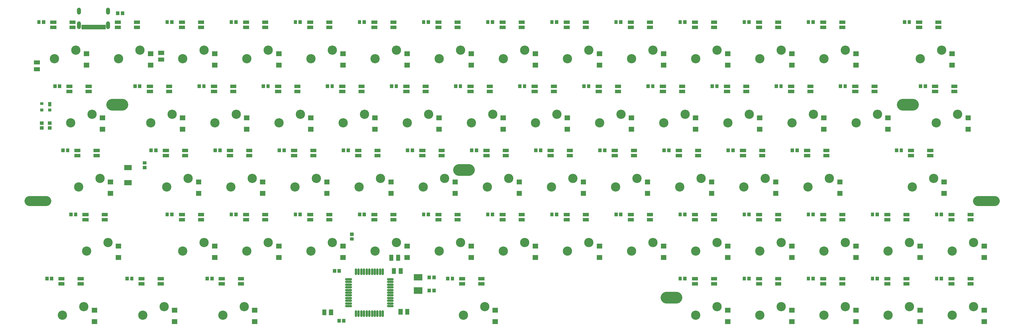
<source format=gbs>
G04 Layer: BottomSolderMaskLayer*
G04 EasyEDA v6.4.5, 2020-09-09T00:36:17+08:00*
G04 436c0c316ad34c3b9159c99bcd304625,98eef565fa774a6b8f51c3c50c7f61d6,10*
G04 Gerber Generator version 0.2*
G04 Scale: 100 percent, Rotated: No, Reflected: No *
G04 Dimensions in millimeters *
G04 leading zeros omitted , absolute positions ,3 integer and 3 decimal *
%FSLAX33Y33*%
%MOMM*%
G90*
G71D02*

%ADD15C,2.999994*%
%ADD16C,3.499993*%
%ADD37C,1.203198*%
%ADD38C,2.743200*%
%ADD39C,0.703199*%

%LPD*%
G54D15*
G01X-666Y38251D02*
G01X4334Y38251D01*
G54D16*
G01X23884Y66841D02*
G01X26884Y66841D01*
G01X258763Y66841D02*
G01X261763Y66841D01*
G01X126873Y47431D02*
G01X129873Y47431D01*
G01X188513Y9521D02*
G01X191513Y9521D01*
G54D15*
G01X281043Y38251D02*
G01X286043Y38251D01*
G54D39*
G01X96323Y17802D02*
G01X96323Y16502D01*
G01X97123Y17802D02*
G01X97123Y16502D01*
G01X97923Y17802D02*
G01X97923Y16502D01*
G01X98723Y17802D02*
G01X98723Y16502D01*
G01X99523Y17802D02*
G01X99523Y16502D01*
G01X100323Y17802D02*
G01X100323Y16502D01*
G01X101123Y17802D02*
G01X101123Y16502D01*
G01X101923Y17802D02*
G01X101923Y16502D01*
G01X102723Y17802D02*
G01X102723Y16502D01*
G01X103523Y17802D02*
G01X103523Y16502D01*
G01X104323Y17802D02*
G01X104323Y16502D01*
G01X105873Y14952D02*
G01X107173Y14952D01*
G01X105873Y14152D02*
G01X107173Y14152D01*
G01X105873Y13352D02*
G01X107173Y13352D01*
G01X105873Y12552D02*
G01X107173Y12552D01*
G01X105873Y11752D02*
G01X107173Y11752D01*
G01X105873Y10952D02*
G01X107173Y10952D01*
G01X105873Y10152D02*
G01X107173Y10152D01*
G01X105873Y9352D02*
G01X107173Y9352D01*
G01X105873Y8552D02*
G01X107173Y8552D01*
G01X105873Y7752D02*
G01X107173Y7752D01*
G01X105873Y6952D02*
G01X107173Y6952D01*
G01X104323Y5402D02*
G01X104323Y4102D01*
G01X103523Y5402D02*
G01X103523Y4102D01*
G01X102723Y5402D02*
G01X102723Y4102D01*
G01X101923Y5402D02*
G01X101923Y4102D01*
G01X101123Y5402D02*
G01X101123Y4102D01*
G01X100323Y5402D02*
G01X100323Y4102D01*
G01X99523Y5402D02*
G01X99523Y4102D01*
G01X98723Y5402D02*
G01X98723Y4102D01*
G01X97923Y5402D02*
G01X97923Y4102D01*
G01X97123Y5402D02*
G01X97123Y4102D01*
G01X96323Y5402D02*
G01X96323Y4102D01*
G01X93473Y6952D02*
G01X94773Y6952D01*
G01X93473Y7752D02*
G01X94773Y7752D01*
G01X93473Y8552D02*
G01X94773Y8552D01*
G01X93473Y9352D02*
G01X94773Y9352D01*
G01X93473Y10152D02*
G01X94773Y10152D01*
G01X93473Y10952D02*
G01X94773Y10952D01*
G01X93473Y11752D02*
G01X94773Y11752D01*
G01X93473Y12552D02*
G01X94773Y12552D01*
G01X93473Y13352D02*
G01X94773Y13352D01*
G01X93473Y14152D02*
G01X94773Y14152D01*
G01X93473Y14952D02*
G01X94773Y14952D01*
G54D37*
G01X22704Y94184D02*
G01X22704Y94984D01*
G01X14064Y94184D02*
G01X14064Y94984D01*
G01X22704Y89884D02*
G01X22704Y90984D01*
G01X14064Y89884D02*
G01X14064Y90984D01*
G36*
G01X27473Y42855D02*
G01X27473Y44407D01*
G01X29675Y44407D01*
G01X29675Y42855D01*
G01X27473Y42855D01*
G37*
G36*
G01X27473Y47354D02*
G01X27473Y48908D01*
G01X29675Y48908D01*
G01X29675Y47354D01*
G01X27473Y47354D01*
G37*
G36*
G01X86322Y4224D02*
G01X86322Y5977D01*
G01X87526Y5977D01*
G01X87526Y4224D01*
G01X86322Y4224D01*
G37*
G36*
G01X88321Y4224D02*
G01X88321Y5977D01*
G01X89525Y5977D01*
G01X89525Y4224D01*
G01X88321Y4224D01*
G37*
G36*
G01X110991Y4395D02*
G01X110991Y6147D01*
G01X112195Y6147D01*
G01X112195Y4395D01*
G01X110991Y4395D01*
G37*
G36*
G01X108992Y4395D02*
G01X108992Y6147D01*
G01X110196Y6147D01*
G01X110196Y4395D01*
G01X108992Y4395D01*
G37*
G36*
G01X109002Y16505D02*
G01X109002Y18258D01*
G01X110206Y18258D01*
G01X110206Y16505D01*
G01X109002Y16505D01*
G37*
G36*
G01X107003Y16505D02*
G01X107003Y18258D01*
G01X108204Y18258D01*
G01X108204Y16505D01*
G01X107003Y16505D01*
G37*
G36*
G01X108253Y20465D02*
G01X108253Y22218D01*
G01X109454Y22218D01*
G01X109454Y20465D01*
G01X108253Y20465D01*
G37*
G36*
G01X106251Y20465D02*
G01X106251Y22218D01*
G01X107455Y22218D01*
G01X107455Y20465D01*
G01X106251Y20465D01*
G37*
G36*
G01X676Y78761D02*
G01X676Y79962D01*
G01X2431Y79962D01*
G01X2431Y78761D01*
G01X676Y78761D01*
G37*
G36*
G01X676Y76759D02*
G01X676Y77963D01*
G01X2431Y77963D01*
G01X2431Y76759D01*
G01X676Y76759D01*
G37*
G36*
G01X37567Y81600D02*
G01X37567Y82802D01*
G01X39320Y82802D01*
G01X39320Y81600D01*
G01X37567Y81600D01*
G37*
G36*
G01X37567Y79599D02*
G01X37567Y80803D01*
G01X39320Y80803D01*
G01X39320Y79599D01*
G01X37567Y79599D01*
G37*
G36*
G01X32982Y49020D02*
G01X32982Y50023D01*
G01X34085Y50023D01*
G01X34085Y49020D01*
G01X32982Y49020D01*
G37*
G36*
G01X32982Y47620D02*
G01X32982Y48624D01*
G01X34085Y48624D01*
G01X34085Y47620D01*
G01X32982Y47620D01*
G37*
G36*
G01X92223Y2020D02*
G01X92223Y3122D01*
G01X93226Y3122D01*
G01X93226Y2020D01*
G01X92223Y2020D01*
G37*
G36*
G01X90821Y2020D02*
G01X90821Y3122D01*
G01X91824Y3122D01*
G01X91824Y2020D01*
G01X90821Y2020D01*
G37*
G36*
G01X15472Y77839D02*
G01X15472Y79243D01*
G01X17074Y79243D01*
G01X17074Y77839D01*
G01X15472Y77839D01*
G37*
G36*
G01X15472Y81240D02*
G01X15472Y82642D01*
G01X17074Y82642D01*
G01X17074Y81240D01*
G01X15472Y81240D01*
G37*
G36*
G01X34511Y77839D02*
G01X34511Y79243D01*
G01X36114Y79243D01*
G01X36114Y77839D01*
G01X34511Y77839D01*
G37*
G36*
G01X34511Y81240D02*
G01X34511Y82642D01*
G01X36114Y82642D01*
G01X36114Y81240D01*
G01X34511Y81240D01*
G37*
G36*
G01X53572Y77839D02*
G01X53572Y79243D01*
G01X55174Y79243D01*
G01X55174Y77839D01*
G01X53572Y77839D01*
G37*
G36*
G01X53572Y81240D02*
G01X53572Y82642D01*
G01X55174Y82642D01*
G01X55174Y81240D01*
G01X53572Y81240D01*
G37*
G36*
G01X72611Y77839D02*
G01X72611Y79243D01*
G01X74214Y79243D01*
G01X74214Y77839D01*
G01X72611Y77839D01*
G37*
G36*
G01X72611Y81240D02*
G01X72611Y82642D01*
G01X74214Y82642D01*
G01X74214Y81240D01*
G01X72611Y81240D01*
G37*
G36*
G01X91661Y77839D02*
G01X91661Y79243D01*
G01X93264Y79243D01*
G01X93264Y77839D01*
G01X91661Y77839D01*
G37*
G36*
G01X91661Y81240D02*
G01X91661Y82642D01*
G01X93264Y82642D01*
G01X93264Y81240D01*
G01X91661Y81240D01*
G37*
G36*
G01X110711Y77839D02*
G01X110711Y79243D01*
G01X112314Y79243D01*
G01X112314Y77839D01*
G01X110711Y77839D01*
G37*
G36*
G01X110711Y81240D02*
G01X110711Y82642D01*
G01X112314Y82642D01*
G01X112314Y81240D01*
G01X110711Y81240D01*
G37*
G36*
G01X129772Y77839D02*
G01X129772Y79243D01*
G01X131374Y79243D01*
G01X131374Y77839D01*
G01X129772Y77839D01*
G37*
G36*
G01X129772Y81240D02*
G01X129772Y82642D01*
G01X131374Y82642D01*
G01X131374Y81240D01*
G01X129772Y81240D01*
G37*
G36*
G01X148822Y77839D02*
G01X148822Y79243D01*
G01X150424Y79243D01*
G01X150424Y77839D01*
G01X148822Y77839D01*
G37*
G36*
G01X148822Y81240D02*
G01X148822Y82642D01*
G01X150424Y82642D01*
G01X150424Y81240D01*
G01X148822Y81240D01*
G37*
G36*
G01X167861Y77839D02*
G01X167861Y79243D01*
G01X169464Y79243D01*
G01X169464Y77839D01*
G01X167861Y77839D01*
G37*
G36*
G01X167861Y81240D02*
G01X167861Y82642D01*
G01X169464Y82642D01*
G01X169464Y81240D01*
G01X167861Y81240D01*
G37*
G36*
G01X186911Y77839D02*
G01X186911Y79243D01*
G01X188514Y79243D01*
G01X188514Y77839D01*
G01X186911Y77839D01*
G37*
G36*
G01X186911Y81240D02*
G01X186911Y82642D01*
G01X188514Y82642D01*
G01X188514Y81240D01*
G01X186911Y81240D01*
G37*
G36*
G01X205972Y77839D02*
G01X205972Y79243D01*
G01X207574Y79243D01*
G01X207574Y77839D01*
G01X205972Y77839D01*
G37*
G36*
G01X205972Y81240D02*
G01X205972Y82642D01*
G01X207574Y82642D01*
G01X207574Y81240D01*
G01X205972Y81240D01*
G37*
G36*
G01X225022Y77839D02*
G01X225022Y79243D01*
G01X226624Y79243D01*
G01X226624Y77839D01*
G01X225022Y77839D01*
G37*
G36*
G01X225022Y81240D02*
G01X225022Y82642D01*
G01X226624Y82642D01*
G01X226624Y81240D01*
G01X225022Y81240D01*
G37*
G36*
G01X244072Y77839D02*
G01X244072Y79243D01*
G01X245674Y79243D01*
G01X245674Y77839D01*
G01X244072Y77839D01*
G37*
G36*
G01X244072Y81240D02*
G01X244072Y82642D01*
G01X245674Y82642D01*
G01X245674Y81240D01*
G01X244072Y81240D01*
G37*
G36*
G01X272641Y77839D02*
G01X272641Y79243D01*
G01X274244Y79243D01*
G01X274244Y77839D01*
G01X272641Y77839D01*
G37*
G36*
G01X272641Y81240D02*
G01X272641Y82642D01*
G01X274244Y82642D01*
G01X274244Y81240D01*
G01X272641Y81240D01*
G37*
G36*
G01X20231Y58789D02*
G01X20231Y60193D01*
G01X21834Y60193D01*
G01X21834Y58789D01*
G01X20231Y58789D01*
G37*
G36*
G01X20231Y62190D02*
G01X20231Y63592D01*
G01X21834Y63592D01*
G01X21834Y62190D01*
G01X20231Y62190D01*
G37*
G36*
G01X44041Y58789D02*
G01X44041Y60193D01*
G01X45644Y60193D01*
G01X45644Y58789D01*
G01X44041Y58789D01*
G37*
G36*
G01X44041Y62190D02*
G01X44041Y63592D01*
G01X45644Y63592D01*
G01X45644Y62190D01*
G01X44041Y62190D01*
G37*
G36*
G01X63091Y58789D02*
G01X63091Y60193D01*
G01X64694Y60193D01*
G01X64694Y58789D01*
G01X63091Y58789D01*
G37*
G36*
G01X63091Y62190D02*
G01X63091Y63592D01*
G01X64694Y63592D01*
G01X64694Y62190D01*
G01X63091Y62190D01*
G37*
G36*
G01X82141Y58789D02*
G01X82141Y60193D01*
G01X83744Y60193D01*
G01X83744Y58789D01*
G01X82141Y58789D01*
G37*
G36*
G01X82141Y62190D02*
G01X82141Y63592D01*
G01X83744Y63592D01*
G01X83744Y62190D01*
G01X82141Y62190D01*
G37*
G36*
G01X101191Y58789D02*
G01X101191Y60193D01*
G01X102794Y60193D01*
G01X102794Y58789D01*
G01X101191Y58789D01*
G37*
G36*
G01X101191Y62190D02*
G01X101191Y63592D01*
G01X102794Y63592D01*
G01X102794Y62190D01*
G01X101191Y62190D01*
G37*
G36*
G01X120241Y58789D02*
G01X120241Y60193D01*
G01X121844Y60193D01*
G01X121844Y58789D01*
G01X120241Y58789D01*
G37*
G36*
G01X120241Y62190D02*
G01X120241Y63592D01*
G01X121844Y63592D01*
G01X121844Y62190D01*
G01X120241Y62190D01*
G37*
G36*
G01X139291Y58789D02*
G01X139291Y60193D01*
G01X140894Y60193D01*
G01X140894Y58789D01*
G01X139291Y58789D01*
G37*
G36*
G01X139291Y62190D02*
G01X139291Y63592D01*
G01X140894Y63592D01*
G01X140894Y62190D01*
G01X139291Y62190D01*
G37*
G36*
G01X158341Y58789D02*
G01X158341Y60193D01*
G01X159944Y60193D01*
G01X159944Y58789D01*
G01X158341Y58789D01*
G37*
G36*
G01X158341Y62190D02*
G01X158341Y63592D01*
G01X159944Y63592D01*
G01X159944Y62190D01*
G01X158341Y62190D01*
G37*
G36*
G01X177391Y58789D02*
G01X177391Y60193D01*
G01X178994Y60193D01*
G01X178994Y58789D01*
G01X177391Y58789D01*
G37*
G36*
G01X177391Y62190D02*
G01X177391Y63592D01*
G01X178994Y63592D01*
G01X178994Y62190D01*
G01X177391Y62190D01*
G37*
G36*
G01X196441Y58789D02*
G01X196441Y60193D01*
G01X198044Y60193D01*
G01X198044Y58789D01*
G01X196441Y58789D01*
G37*
G36*
G01X196441Y62190D02*
G01X196441Y63592D01*
G01X198044Y63592D01*
G01X198044Y62190D01*
G01X196441Y62190D01*
G37*
G36*
G01X215491Y58789D02*
G01X215491Y60193D01*
G01X217094Y60193D01*
G01X217094Y58789D01*
G01X215491Y58789D01*
G37*
G36*
G01X215491Y62190D02*
G01X215491Y63592D01*
G01X217094Y63592D01*
G01X217094Y62190D01*
G01X215491Y62190D01*
G37*
G36*
G01X234541Y58789D02*
G01X234541Y60193D01*
G01X236144Y60193D01*
G01X236144Y58789D01*
G01X234541Y58789D01*
G37*
G36*
G01X234541Y62190D02*
G01X234541Y63592D01*
G01X236144Y63592D01*
G01X236144Y62190D01*
G01X234541Y62190D01*
G37*
G36*
G01X253591Y58789D02*
G01X253591Y60193D01*
G01X255194Y60193D01*
G01X255194Y58789D01*
G01X253591Y58789D01*
G37*
G36*
G01X253591Y62190D02*
G01X253591Y63592D01*
G01X255194Y63592D01*
G01X255194Y62190D01*
G01X253591Y62190D01*
G37*
G36*
G01X277401Y58789D02*
G01X277401Y60193D01*
G01X279004Y60193D01*
G01X279004Y58789D01*
G01X277401Y58789D01*
G37*
G36*
G01X277401Y62190D02*
G01X277401Y63592D01*
G01X279004Y63592D01*
G01X279004Y62190D01*
G01X277401Y62190D01*
G37*
G36*
G01X22611Y39739D02*
G01X22611Y41143D01*
G01X24214Y41143D01*
G01X24214Y39739D01*
G01X22611Y39739D01*
G37*
G36*
G01X22611Y43140D02*
G01X22611Y44542D01*
G01X24214Y44542D01*
G01X24214Y43140D01*
G01X22611Y43140D01*
G37*
G36*
G01X48801Y39739D02*
G01X48801Y41143D01*
G01X50404Y41143D01*
G01X50404Y39739D01*
G01X48801Y39739D01*
G37*
G36*
G01X48801Y43140D02*
G01X48801Y44542D01*
G01X50404Y44542D01*
G01X50404Y43140D01*
G01X48801Y43140D01*
G37*
G36*
G01X67841Y39739D02*
G01X67841Y41143D01*
G01X69444Y41143D01*
G01X69444Y39739D01*
G01X67841Y39739D01*
G37*
G36*
G01X67841Y43140D02*
G01X67841Y44542D01*
G01X69444Y44542D01*
G01X69444Y43140D01*
G01X67841Y43140D01*
G37*
G36*
G01X86901Y39739D02*
G01X86901Y41143D01*
G01X88504Y41143D01*
G01X88504Y39739D01*
G01X86901Y39739D01*
G37*
G36*
G01X86901Y43140D02*
G01X86901Y44542D01*
G01X88504Y44542D01*
G01X88504Y43140D01*
G01X86901Y43140D01*
G37*
G36*
G01X105951Y39739D02*
G01X105951Y41143D01*
G01X107554Y41143D01*
G01X107554Y39739D01*
G01X105951Y39739D01*
G37*
G36*
G01X105951Y43140D02*
G01X105951Y44542D01*
G01X107554Y44542D01*
G01X107554Y43140D01*
G01X105951Y43140D01*
G37*
G36*
G01X125001Y39739D02*
G01X125001Y41143D01*
G01X126604Y41143D01*
G01X126604Y39739D01*
G01X125001Y39739D01*
G37*
G36*
G01X125001Y43140D02*
G01X125001Y44542D01*
G01X126604Y44542D01*
G01X126604Y43140D01*
G01X125001Y43140D01*
G37*
G36*
G01X144051Y39739D02*
G01X144051Y41143D01*
G01X145654Y41143D01*
G01X145654Y39739D01*
G01X144051Y39739D01*
G37*
G36*
G01X144051Y43140D02*
G01X144051Y44542D01*
G01X145654Y44542D01*
G01X145654Y43140D01*
G01X144051Y43140D01*
G37*
G36*
G01X163101Y39739D02*
G01X163101Y41143D01*
G01X164704Y41143D01*
G01X164704Y39739D01*
G01X163101Y39739D01*
G37*
G36*
G01X163101Y43140D02*
G01X163101Y44542D01*
G01X164704Y44542D01*
G01X164704Y43140D01*
G01X163101Y43140D01*
G37*
G36*
G01X182151Y39739D02*
G01X182151Y41143D01*
G01X183754Y41143D01*
G01X183754Y39739D01*
G01X182151Y39739D01*
G37*
G36*
G01X182151Y43140D02*
G01X182151Y44542D01*
G01X183754Y44542D01*
G01X183754Y43140D01*
G01X182151Y43140D01*
G37*
G36*
G01X201201Y39739D02*
G01X201201Y41143D01*
G01X202804Y41143D01*
G01X202804Y39739D01*
G01X201201Y39739D01*
G37*
G36*
G01X201201Y43140D02*
G01X201201Y44542D01*
G01X202804Y44542D01*
G01X202804Y43140D01*
G01X201201Y43140D01*
G37*
G36*
G01X220251Y39739D02*
G01X220251Y41143D01*
G01X221854Y41143D01*
G01X221854Y39739D01*
G01X220251Y39739D01*
G37*
G36*
G01X220251Y43140D02*
G01X220251Y44542D01*
G01X221854Y44542D01*
G01X221854Y43140D01*
G01X220251Y43140D01*
G37*
G36*
G01X239301Y39739D02*
G01X239301Y41143D01*
G01X240904Y41143D01*
G01X240904Y39739D01*
G01X239301Y39739D01*
G37*
G36*
G01X239301Y43140D02*
G01X239301Y44542D01*
G01X240904Y44542D01*
G01X240904Y43140D01*
G01X239301Y43140D01*
G37*
G36*
G01X270261Y39739D02*
G01X270261Y41143D01*
G01X271864Y41143D01*
G01X271864Y39739D01*
G01X270261Y39739D01*
G37*
G36*
G01X270261Y43140D02*
G01X270261Y44542D01*
G01X271864Y44542D01*
G01X271864Y43140D01*
G01X270261Y43140D01*
G37*
G36*
G01X24981Y20689D02*
G01X24981Y22093D01*
G01X26584Y22093D01*
G01X26584Y20689D01*
G01X24981Y20689D01*
G37*
G36*
G01X24981Y24090D02*
G01X24981Y25492D01*
G01X26584Y25492D01*
G01X26584Y24090D01*
G01X24981Y24090D01*
G37*
G36*
G01X53551Y20689D02*
G01X53551Y22093D01*
G01X55154Y22093D01*
G01X55154Y20689D01*
G01X53551Y20689D01*
G37*
G36*
G01X53551Y24090D02*
G01X53551Y25492D01*
G01X55154Y25492D01*
G01X55154Y24090D01*
G01X53551Y24090D01*
G37*
G36*
G01X72601Y20689D02*
G01X72601Y22093D01*
G01X74204Y22093D01*
G01X74204Y20689D01*
G01X72601Y20689D01*
G37*
G36*
G01X72601Y24090D02*
G01X72601Y25492D01*
G01X74204Y25492D01*
G01X74204Y24090D01*
G01X72601Y24090D01*
G37*
G36*
G01X91661Y20689D02*
G01X91661Y22093D01*
G01X93264Y22093D01*
G01X93264Y20689D01*
G01X91661Y20689D01*
G37*
G36*
G01X91661Y24090D02*
G01X91661Y25492D01*
G01X93264Y25492D01*
G01X93264Y24090D01*
G01X91661Y24090D01*
G37*
G36*
G01X110711Y20689D02*
G01X110711Y22093D01*
G01X112314Y22093D01*
G01X112314Y20689D01*
G01X110711Y20689D01*
G37*
G36*
G01X110711Y24090D02*
G01X110711Y25492D01*
G01X112314Y25492D01*
G01X112314Y24090D01*
G01X110711Y24090D01*
G37*
G36*
G01X129772Y20689D02*
G01X129772Y22093D01*
G01X131374Y22093D01*
G01X131374Y20689D01*
G01X129772Y20689D01*
G37*
G36*
G01X129772Y24090D02*
G01X129772Y25492D01*
G01X131374Y25492D01*
G01X131374Y24090D01*
G01X129772Y24090D01*
G37*
G36*
G01X148811Y20689D02*
G01X148811Y22093D01*
G01X150414Y22093D01*
G01X150414Y20689D01*
G01X148811Y20689D01*
G37*
G36*
G01X148811Y24090D02*
G01X148811Y25492D01*
G01X150414Y25492D01*
G01X150414Y24090D01*
G01X148811Y24090D01*
G37*
G36*
G01X167861Y20689D02*
G01X167861Y22093D01*
G01X169464Y22093D01*
G01X169464Y20689D01*
G01X167861Y20689D01*
G37*
G36*
G01X167861Y24090D02*
G01X167861Y25492D01*
G01X169464Y25492D01*
G01X169464Y24090D01*
G01X167861Y24090D01*
G37*
G36*
G01X186922Y20689D02*
G01X186922Y22093D01*
G01X188524Y22093D01*
G01X188524Y20689D01*
G01X186922Y20689D01*
G37*
G36*
G01X186922Y24090D02*
G01X186922Y25492D01*
G01X188524Y25492D01*
G01X188524Y24090D01*
G01X186922Y24090D01*
G37*
G36*
G01X205961Y20689D02*
G01X205961Y22093D01*
G01X207564Y22093D01*
G01X207564Y20689D01*
G01X205961Y20689D01*
G37*
G36*
G01X205961Y24090D02*
G01X205961Y25492D01*
G01X207564Y25492D01*
G01X207564Y24090D01*
G01X205961Y24090D01*
G37*
G36*
G01X225022Y20689D02*
G01X225022Y22093D01*
G01X226624Y22093D01*
G01X226624Y20689D01*
G01X225022Y20689D01*
G37*
G36*
G01X225022Y24090D02*
G01X225022Y25492D01*
G01X226624Y25492D01*
G01X226624Y24090D01*
G01X225022Y24090D01*
G37*
G36*
G01X244061Y20689D02*
G01X244061Y22093D01*
G01X245664Y22093D01*
G01X245664Y20689D01*
G01X244061Y20689D01*
G37*
G36*
G01X244061Y24090D02*
G01X244061Y25492D01*
G01X245664Y25492D01*
G01X245664Y24090D01*
G01X244061Y24090D01*
G37*
G36*
G01X263111Y20689D02*
G01X263111Y22093D01*
G01X264714Y22093D01*
G01X264714Y20689D01*
G01X263111Y20689D01*
G37*
G36*
G01X263111Y24090D02*
G01X263111Y25492D01*
G01X264714Y25492D01*
G01X264714Y24090D01*
G01X263111Y24090D01*
G37*
G36*
G01X282161Y20689D02*
G01X282161Y22093D01*
G01X283764Y22093D01*
G01X283764Y20689D01*
G01X282161Y20689D01*
G37*
G36*
G01X282161Y24090D02*
G01X282161Y25492D01*
G01X283764Y25492D01*
G01X283764Y24090D01*
G01X282161Y24090D01*
G37*
G36*
G01X17851Y1639D02*
G01X17851Y3043D01*
G01X19454Y3043D01*
G01X19454Y1639D01*
G01X17851Y1639D01*
G37*
G36*
G01X17851Y5040D02*
G01X17851Y6442D01*
G01X19454Y6442D01*
G01X19454Y5040D01*
G01X17851Y5040D01*
G37*
G36*
G01X41651Y1639D02*
G01X41651Y3043D01*
G01X43254Y3043D01*
G01X43254Y1639D01*
G01X41651Y1639D01*
G37*
G36*
G01X41651Y5040D02*
G01X41651Y6442D01*
G01X43254Y6442D01*
G01X43254Y5040D01*
G01X41651Y5040D01*
G37*
G36*
G01X65471Y1639D02*
G01X65471Y3043D01*
G01X67074Y3043D01*
G01X67074Y1639D01*
G01X65471Y1639D01*
G37*
G36*
G01X65471Y5040D02*
G01X65471Y6442D01*
G01X67074Y6442D01*
G01X67074Y5040D01*
G01X65471Y5040D01*
G37*
G36*
G01X136911Y1639D02*
G01X136911Y3043D01*
G01X138514Y3043D01*
G01X138514Y1639D01*
G01X136911Y1639D01*
G37*
G36*
G01X136911Y5040D02*
G01X136911Y6442D01*
G01X138514Y6442D01*
G01X138514Y5040D01*
G01X136911Y5040D01*
G37*
G36*
G01X205961Y1639D02*
G01X205961Y3043D01*
G01X207564Y3043D01*
G01X207564Y1639D01*
G01X205961Y1639D01*
G37*
G36*
G01X205961Y5040D02*
G01X205961Y6442D01*
G01X207564Y6442D01*
G01X207564Y5040D01*
G01X205961Y5040D01*
G37*
G36*
G01X225022Y1639D02*
G01X225022Y3043D01*
G01X226624Y3043D01*
G01X226624Y1639D01*
G01X225022Y1639D01*
G37*
G36*
G01X225022Y5040D02*
G01X225022Y6442D01*
G01X226624Y6442D01*
G01X226624Y5040D01*
G01X225022Y5040D01*
G37*
G36*
G01X244061Y1639D02*
G01X244061Y3043D01*
G01X245664Y3043D01*
G01X245664Y1639D01*
G01X244061Y1639D01*
G37*
G36*
G01X244061Y5040D02*
G01X244061Y6442D01*
G01X245664Y6442D01*
G01X245664Y5040D01*
G01X244061Y5040D01*
G37*
G36*
G01X263111Y1639D02*
G01X263111Y3043D01*
G01X264714Y3043D01*
G01X264714Y1639D01*
G01X263111Y1639D01*
G37*
G36*
G01X263111Y5040D02*
G01X263111Y6442D01*
G01X264714Y6442D01*
G01X264714Y5040D01*
G01X263111Y5040D01*
G37*
G36*
G01X282161Y1639D02*
G01X282161Y3043D01*
G01X283764Y3043D01*
G01X283764Y1639D01*
G01X282161Y1639D01*
G37*
G36*
G01X282161Y5040D02*
G01X282161Y6442D01*
G01X283764Y6442D01*
G01X283764Y5040D01*
G01X282161Y5040D01*
G37*
G36*
G01X113503Y10630D02*
G01X113503Y12533D01*
G01X116106Y12533D01*
G01X116106Y10630D01*
G01X113503Y10630D01*
G37*
G36*
G01X113500Y14550D02*
G01X113500Y16455D01*
G01X116104Y16455D01*
G01X116104Y14550D01*
G01X113500Y14550D01*
G37*
G36*
G01X4852Y60811D02*
G01X4852Y61814D01*
G01X5954Y61814D01*
G01X5954Y60811D01*
G01X4852Y60811D01*
G37*
G36*
G01X4852Y59408D02*
G01X4852Y60412D01*
G01X5954Y60412D01*
G01X5954Y59408D01*
G01X4852Y59408D01*
G37*
G36*
G01X2451Y60811D02*
G01X2451Y61814D01*
G01X3556Y61814D01*
G01X3556Y60811D01*
G01X2451Y60811D01*
G37*
G36*
G01X2451Y59408D02*
G01X2451Y60412D01*
G01X3556Y60412D01*
G01X3556Y59408D01*
G01X2451Y59408D01*
G37*
G36*
G01X1651Y90760D02*
G01X1651Y91862D01*
G01X2655Y91862D01*
G01X2655Y90760D01*
G01X1651Y90760D01*
G37*
G36*
G01X3051Y90760D02*
G01X3051Y91862D01*
G01X4054Y91862D01*
G01X4054Y90760D01*
G01X3051Y90760D01*
G37*
G36*
G01X26482Y93378D02*
G01X26482Y94483D01*
G01X27486Y94483D01*
G01X27486Y93378D01*
G01X26482Y93378D01*
G37*
G36*
G01X25083Y93378D02*
G01X25083Y94483D01*
G01X26086Y94483D01*
G01X26086Y93378D01*
G01X25083Y93378D01*
G37*
G36*
G01X39751Y90760D02*
G01X39751Y91862D01*
G01X40755Y91862D01*
G01X40755Y90760D01*
G01X39751Y90760D01*
G37*
G36*
G01X41151Y90760D02*
G01X41151Y91862D01*
G01X42154Y91862D01*
G01X42154Y90760D01*
G01X41151Y90760D01*
G37*
G36*
G01X58791Y90760D02*
G01X58791Y91862D01*
G01X59795Y91862D01*
G01X59795Y90760D01*
G01X58791Y90760D01*
G37*
G36*
G01X60191Y90760D02*
G01X60191Y91862D01*
G01X61194Y91862D01*
G01X61194Y90760D01*
G01X60191Y90760D01*
G37*
G36*
G01X77841Y90760D02*
G01X77841Y91862D01*
G01X78845Y91862D01*
G01X78845Y90760D01*
G01X77841Y90760D01*
G37*
G36*
G01X79241Y90760D02*
G01X79241Y91862D01*
G01X80244Y91862D01*
G01X80244Y90760D01*
G01X79241Y90760D01*
G37*
G36*
G01X96891Y90760D02*
G01X96891Y91862D01*
G01X97895Y91862D01*
G01X97895Y90760D01*
G01X96891Y90760D01*
G37*
G36*
G01X98291Y90760D02*
G01X98291Y91862D01*
G01X99294Y91862D01*
G01X99294Y90760D01*
G01X98291Y90760D01*
G37*
G36*
G01X115951Y90760D02*
G01X115951Y91862D01*
G01X116955Y91862D01*
G01X116955Y90760D01*
G01X115951Y90760D01*
G37*
G36*
G01X117351Y90760D02*
G01X117351Y91862D01*
G01X118354Y91862D01*
G01X118354Y90760D01*
G01X117351Y90760D01*
G37*
G36*
G01X135001Y90760D02*
G01X135001Y91862D01*
G01X136005Y91862D01*
G01X136005Y90760D01*
G01X135001Y90760D01*
G37*
G36*
G01X136401Y90760D02*
G01X136401Y91862D01*
G01X137404Y91862D01*
G01X137404Y90760D01*
G01X136401Y90760D01*
G37*
G36*
G01X154041Y90760D02*
G01X154041Y91862D01*
G01X155045Y91862D01*
G01X155045Y90760D01*
G01X154041Y90760D01*
G37*
G36*
G01X155441Y90760D02*
G01X155441Y91862D01*
G01X156444Y91862D01*
G01X156444Y90760D01*
G01X155441Y90760D01*
G37*
G36*
G01X173091Y90760D02*
G01X173091Y91862D01*
G01X174095Y91862D01*
G01X174095Y90760D01*
G01X173091Y90760D01*
G37*
G36*
G01X174491Y90760D02*
G01X174491Y91862D01*
G01X175494Y91862D01*
G01X175494Y90760D01*
G01X174491Y90760D01*
G37*
G36*
G01X192151Y90760D02*
G01X192151Y91862D01*
G01X193155Y91862D01*
G01X193155Y90760D01*
G01X192151Y90760D01*
G37*
G36*
G01X193551Y90760D02*
G01X193551Y91862D01*
G01X194554Y91862D01*
G01X194554Y90760D01*
G01X193551Y90760D01*
G37*
G36*
G01X211201Y90760D02*
G01X211201Y91862D01*
G01X212205Y91862D01*
G01X212205Y90760D01*
G01X211201Y90760D01*
G37*
G36*
G01X212601Y90760D02*
G01X212601Y91862D01*
G01X213604Y91862D01*
G01X213604Y90760D01*
G01X212601Y90760D01*
G37*
G36*
G01X230251Y90760D02*
G01X230251Y91862D01*
G01X231255Y91862D01*
G01X231255Y90760D01*
G01X230251Y90760D01*
G37*
G36*
G01X231651Y90760D02*
G01X231651Y91862D01*
G01X232654Y91862D01*
G01X232654Y90760D01*
G01X231651Y90760D01*
G37*
G36*
G01X258821Y90760D02*
G01X258821Y91862D01*
G01X259825Y91862D01*
G01X259825Y90760D01*
G01X258821Y90760D01*
G37*
G36*
G01X260221Y90760D02*
G01X260221Y91862D01*
G01X261224Y91862D01*
G01X261224Y90760D01*
G01X260221Y90760D01*
G37*
G36*
G01X6411Y71730D02*
G01X6411Y72832D01*
G01X7415Y72832D01*
G01X7415Y71730D01*
G01X6411Y71730D01*
G37*
G36*
G01X7811Y71730D02*
G01X7811Y72832D01*
G01X8814Y72832D01*
G01X8814Y71730D01*
G01X7811Y71730D01*
G37*
G36*
G01X30211Y71730D02*
G01X30211Y72832D01*
G01X31214Y72832D01*
G01X31214Y71730D01*
G01X30211Y71730D01*
G37*
G36*
G01X31611Y71730D02*
G01X31611Y72832D01*
G01X32614Y72832D01*
G01X32614Y71730D01*
G01X31611Y71730D01*
G37*
G36*
G01X49271Y71730D02*
G01X49271Y72832D01*
G01X50275Y72832D01*
G01X50275Y71730D01*
G01X49271Y71730D01*
G37*
G36*
G01X50671Y71730D02*
G01X50671Y72832D01*
G01X51674Y72832D01*
G01X51674Y71730D01*
G01X50671Y71730D01*
G37*
G36*
G01X68321Y71730D02*
G01X68321Y72832D01*
G01X69325Y72832D01*
G01X69325Y71730D01*
G01X68321Y71730D01*
G37*
G36*
G01X69721Y71730D02*
G01X69721Y72832D01*
G01X70724Y72832D01*
G01X70724Y71730D01*
G01X69721Y71730D01*
G37*
G36*
G01X87371Y71730D02*
G01X87371Y72832D01*
G01X88375Y72832D01*
G01X88375Y71730D01*
G01X87371Y71730D01*
G37*
G36*
G01X88771Y71730D02*
G01X88771Y72832D01*
G01X89774Y72832D01*
G01X89774Y71730D01*
G01X88771Y71730D01*
G37*
G36*
G01X106421Y71730D02*
G01X106421Y72832D01*
G01X107425Y72832D01*
G01X107425Y71730D01*
G01X106421Y71730D01*
G37*
G36*
G01X107821Y71730D02*
G01X107821Y72832D01*
G01X108824Y72832D01*
G01X108824Y71730D01*
G01X107821Y71730D01*
G37*
G36*
G01X125471Y71730D02*
G01X125471Y72832D01*
G01X126475Y72832D01*
G01X126475Y71730D01*
G01X125471Y71730D01*
G37*
G36*
G01X126871Y71730D02*
G01X126871Y72832D01*
G01X127874Y72832D01*
G01X127874Y71730D01*
G01X126871Y71730D01*
G37*
G36*
G01X144521Y71730D02*
G01X144521Y72832D01*
G01X145525Y72832D01*
G01X145525Y71730D01*
G01X144521Y71730D01*
G37*
G36*
G01X145921Y71730D02*
G01X145921Y72832D01*
G01X146924Y72832D01*
G01X146924Y71730D01*
G01X145921Y71730D01*
G37*
G36*
G01X163571Y71730D02*
G01X163571Y72832D01*
G01X164575Y72832D01*
G01X164575Y71730D01*
G01X163571Y71730D01*
G37*
G36*
G01X164971Y71730D02*
G01X164971Y72832D01*
G01X165974Y72832D01*
G01X165974Y71730D01*
G01X164971Y71730D01*
G37*
G36*
G01X182621Y71730D02*
G01X182621Y72832D01*
G01X183625Y72832D01*
G01X183625Y71730D01*
G01X182621Y71730D01*
G37*
G36*
G01X184021Y71730D02*
G01X184021Y72832D01*
G01X185024Y72832D01*
G01X185024Y71730D01*
G01X184021Y71730D01*
G37*
G36*
G01X201671Y71730D02*
G01X201671Y72832D01*
G01X202675Y72832D01*
G01X202675Y71730D01*
G01X201671Y71730D01*
G37*
G36*
G01X203071Y71730D02*
G01X203071Y72832D01*
G01X204074Y72832D01*
G01X204074Y71730D01*
G01X203071Y71730D01*
G37*
G36*
G01X220721Y71730D02*
G01X220721Y72832D01*
G01X221725Y72832D01*
G01X221725Y71730D01*
G01X220721Y71730D01*
G37*
G36*
G01X222121Y71730D02*
G01X222121Y72832D01*
G01X223124Y72832D01*
G01X223124Y71730D01*
G01X222121Y71730D01*
G37*
G36*
G01X239771Y71730D02*
G01X239771Y72832D01*
G01X240775Y72832D01*
G01X240775Y71730D01*
G01X239771Y71730D01*
G37*
G36*
G01X241171Y71730D02*
G01X241171Y72832D01*
G01X242174Y72832D01*
G01X242174Y71730D01*
G01X241171Y71730D01*
G37*
G36*
G01X263581Y71730D02*
G01X263581Y72832D01*
G01X264585Y72832D01*
G01X264585Y71730D01*
G01X263581Y71730D01*
G37*
G36*
G01X264981Y71730D02*
G01X264981Y72832D01*
G01X265984Y72832D01*
G01X265984Y71730D01*
G01X264981Y71730D01*
G37*
G36*
G01X8791Y52680D02*
G01X8791Y53782D01*
G01X9795Y53782D01*
G01X9795Y52680D01*
G01X8791Y52680D01*
G37*
G36*
G01X10191Y52680D02*
G01X10191Y53782D01*
G01X11194Y53782D01*
G01X11194Y52680D01*
G01X10191Y52680D01*
G37*
G36*
G01X34981Y52680D02*
G01X34981Y53782D01*
G01X35985Y53782D01*
G01X35985Y52680D01*
G01X34981Y52680D01*
G37*
G36*
G01X36381Y52680D02*
G01X36381Y53782D01*
G01X37384Y53782D01*
G01X37384Y52680D01*
G01X36381Y52680D01*
G37*
G36*
G01X54031Y52680D02*
G01X54031Y53782D01*
G01X55035Y53782D01*
G01X55035Y52680D01*
G01X54031Y52680D01*
G37*
G36*
G01X55431Y52680D02*
G01X55431Y53782D01*
G01X56434Y53782D01*
G01X56434Y52680D01*
G01X55431Y52680D01*
G37*
G36*
G01X73071Y52680D02*
G01X73071Y53782D01*
G01X74074Y53782D01*
G01X74074Y52680D01*
G01X73071Y52680D01*
G37*
G36*
G01X74471Y52680D02*
G01X74471Y53782D01*
G01X75474Y53782D01*
G01X75474Y52680D01*
G01X74471Y52680D01*
G37*
G36*
G01X92131Y52680D02*
G01X92131Y53782D01*
G01X93135Y53782D01*
G01X93135Y52680D01*
G01X92131Y52680D01*
G37*
G36*
G01X93531Y52680D02*
G01X93531Y53782D01*
G01X94534Y53782D01*
G01X94534Y52680D01*
G01X93531Y52680D01*
G37*
G36*
G01X111181Y52680D02*
G01X111181Y53782D01*
G01X112185Y53782D01*
G01X112185Y52680D01*
G01X111181Y52680D01*
G37*
G36*
G01X112581Y52680D02*
G01X112581Y53782D01*
G01X113584Y53782D01*
G01X113584Y52680D01*
G01X112581Y52680D01*
G37*
G36*
G01X130231Y52680D02*
G01X130231Y53782D01*
G01X131235Y53782D01*
G01X131235Y52680D01*
G01X130231Y52680D01*
G37*
G36*
G01X131631Y52680D02*
G01X131631Y53782D01*
G01X132634Y53782D01*
G01X132634Y52680D01*
G01X131631Y52680D01*
G37*
G36*
G01X149281Y52680D02*
G01X149281Y53782D01*
G01X150285Y53782D01*
G01X150285Y52680D01*
G01X149281Y52680D01*
G37*
G36*
G01X150681Y52680D02*
G01X150681Y53782D01*
G01X151684Y53782D01*
G01X151684Y52680D01*
G01X150681Y52680D01*
G37*
G36*
G01X168331Y52680D02*
G01X168331Y53782D01*
G01X169335Y53782D01*
G01X169335Y52680D01*
G01X168331Y52680D01*
G37*
G36*
G01X169731Y52680D02*
G01X169731Y53782D01*
G01X170734Y53782D01*
G01X170734Y52680D01*
G01X169731Y52680D01*
G37*
G36*
G01X187381Y52680D02*
G01X187381Y53782D01*
G01X188385Y53782D01*
G01X188385Y52680D01*
G01X187381Y52680D01*
G37*
G36*
G01X188781Y52680D02*
G01X188781Y53782D01*
G01X189784Y53782D01*
G01X189784Y52680D01*
G01X188781Y52680D01*
G37*
G36*
G01X206431Y52680D02*
G01X206431Y53782D01*
G01X207435Y53782D01*
G01X207435Y52680D01*
G01X206431Y52680D01*
G37*
G36*
G01X207831Y52680D02*
G01X207831Y53782D01*
G01X208834Y53782D01*
G01X208834Y52680D01*
G01X207831Y52680D01*
G37*
G36*
G01X225481Y52680D02*
G01X225481Y53782D01*
G01X226485Y53782D01*
G01X226485Y52680D01*
G01X225481Y52680D01*
G37*
G36*
G01X226881Y52680D02*
G01X226881Y53782D01*
G01X227884Y53782D01*
G01X227884Y52680D01*
G01X226881Y52680D01*
G37*
G36*
G01X256441Y52680D02*
G01X256441Y53782D01*
G01X257445Y53782D01*
G01X257445Y52680D01*
G01X256441Y52680D01*
G37*
G36*
G01X257841Y52680D02*
G01X257841Y53782D01*
G01X258844Y53782D01*
G01X258844Y52680D01*
G01X257841Y52680D01*
G37*
G36*
G01X11171Y33610D02*
G01X11171Y34712D01*
G01X12175Y34712D01*
G01X12175Y33610D01*
G01X11171Y33610D01*
G37*
G36*
G01X12571Y33610D02*
G01X12571Y34712D01*
G01X13574Y34712D01*
G01X13574Y33610D01*
G01X12571Y33610D01*
G37*
G36*
G01X39741Y33610D02*
G01X39741Y34712D01*
G01X40745Y34712D01*
G01X40745Y33610D01*
G01X39741Y33610D01*
G37*
G36*
G01X41141Y33610D02*
G01X41141Y34712D01*
G01X42144Y34712D01*
G01X42144Y33610D01*
G01X41141Y33610D01*
G37*
G36*
G01X58791Y33610D02*
G01X58791Y34712D01*
G01X59795Y34712D01*
G01X59795Y33610D01*
G01X58791Y33610D01*
G37*
G36*
G01X60191Y33610D02*
G01X60191Y34712D01*
G01X61194Y34712D01*
G01X61194Y33610D01*
G01X60191Y33610D01*
G37*
G36*
G01X77851Y33610D02*
G01X77851Y34712D01*
G01X78855Y34712D01*
G01X78855Y33610D01*
G01X77851Y33610D01*
G37*
G36*
G01X79251Y33610D02*
G01X79251Y34712D01*
G01X80254Y34712D01*
G01X80254Y33610D01*
G01X79251Y33610D01*
G37*
G36*
G01X96912Y33610D02*
G01X96912Y34712D01*
G01X97915Y34712D01*
G01X97915Y33610D01*
G01X96912Y33610D01*
G37*
G36*
G01X98311Y33610D02*
G01X98311Y34712D01*
G01X99314Y34712D01*
G01X99314Y33610D01*
G01X98311Y33610D01*
G37*
G36*
G01X115951Y33610D02*
G01X115951Y34712D01*
G01X116955Y34712D01*
G01X116955Y33610D01*
G01X115951Y33610D01*
G37*
G36*
G01X117351Y33610D02*
G01X117351Y34712D01*
G01X118354Y34712D01*
G01X118354Y33610D01*
G01X117351Y33610D01*
G37*
G36*
G01X134991Y33610D02*
G01X134991Y34712D01*
G01X135995Y34712D01*
G01X135995Y33610D01*
G01X134991Y33610D01*
G37*
G36*
G01X136391Y33610D02*
G01X136391Y34712D01*
G01X137394Y34712D01*
G01X137394Y33610D01*
G01X136391Y33610D01*
G37*
G36*
G01X154041Y33610D02*
G01X154041Y34712D01*
G01X155045Y34712D01*
G01X155045Y33610D01*
G01X154041Y33610D01*
G37*
G36*
G01X155441Y33610D02*
G01X155441Y34712D01*
G01X156444Y34712D01*
G01X156444Y33610D01*
G01X155441Y33610D01*
G37*
G36*
G01X173112Y33610D02*
G01X173112Y34712D01*
G01X174115Y34712D01*
G01X174115Y33610D01*
G01X173112Y33610D01*
G37*
G36*
G01X174511Y33610D02*
G01X174511Y34712D01*
G01X175514Y34712D01*
G01X175514Y33610D01*
G01X174511Y33610D01*
G37*
G36*
G01X192141Y33610D02*
G01X192141Y34712D01*
G01X193145Y34712D01*
G01X193145Y33610D01*
G01X192141Y33610D01*
G37*
G36*
G01X193541Y33610D02*
G01X193541Y34712D01*
G01X194544Y34712D01*
G01X194544Y33610D01*
G01X193541Y33610D01*
G37*
G36*
G01X211201Y33610D02*
G01X211201Y34712D01*
G01X212205Y34712D01*
G01X212205Y33610D01*
G01X211201Y33610D01*
G37*
G36*
G01X212601Y33610D02*
G01X212601Y34712D01*
G01X213604Y34712D01*
G01X213604Y33610D01*
G01X212601Y33610D01*
G37*
G36*
G01X230241Y33610D02*
G01X230241Y34712D01*
G01X231245Y34712D01*
G01X231245Y33610D01*
G01X230241Y33610D01*
G37*
G36*
G01X231641Y33610D02*
G01X231641Y34712D01*
G01X232644Y34712D01*
G01X232644Y33610D01*
G01X231641Y33610D01*
G37*
G36*
G01X249301Y33610D02*
G01X249301Y34712D01*
G01X250305Y34712D01*
G01X250305Y33610D01*
G01X249301Y33610D01*
G37*
G36*
G01X250701Y33610D02*
G01X250701Y34712D01*
G01X251704Y34712D01*
G01X251704Y33610D01*
G01X250701Y33610D01*
G37*
G36*
G01X268341Y33610D02*
G01X268341Y34712D01*
G01X269345Y34712D01*
G01X269345Y33610D01*
G01X268341Y33610D01*
G37*
G36*
G01X269741Y33610D02*
G01X269741Y34712D01*
G01X270744Y34712D01*
G01X270744Y33610D01*
G01X269741Y33610D01*
G37*
G36*
G01X4031Y14560D02*
G01X4031Y15662D01*
G01X5035Y15662D01*
G01X5035Y14560D01*
G01X4031Y14560D01*
G37*
G36*
G01X5431Y14560D02*
G01X5431Y15662D01*
G01X6434Y15662D01*
G01X6434Y14560D01*
G01X5431Y14560D01*
G37*
G36*
G01X27841Y14570D02*
G01X27841Y15672D01*
G01X28845Y15672D01*
G01X28845Y14570D01*
G01X27841Y14570D01*
G37*
G36*
G01X29241Y14570D02*
G01X29241Y15672D01*
G01X30244Y15672D01*
G01X30244Y14570D01*
G01X29241Y14570D01*
G37*
G36*
G01X51651Y14570D02*
G01X51651Y15672D01*
G01X52655Y15672D01*
G01X52655Y14570D01*
G01X51651Y14570D01*
G37*
G36*
G01X53051Y14570D02*
G01X53051Y15672D01*
G01X54054Y15672D01*
G01X54054Y14570D01*
G01X53051Y14570D01*
G37*
G36*
G01X123091Y14570D02*
G01X123091Y15672D01*
G01X124095Y15672D01*
G01X124095Y14570D01*
G01X123091Y14570D01*
G37*
G36*
G01X124491Y14570D02*
G01X124491Y15672D01*
G01X125494Y15672D01*
G01X125494Y14570D01*
G01X124491Y14570D01*
G37*
G36*
G01X192141Y14570D02*
G01X192141Y15672D01*
G01X193145Y15672D01*
G01X193145Y14570D01*
G01X192141Y14570D01*
G37*
G36*
G01X193541Y14570D02*
G01X193541Y15672D01*
G01X194544Y15672D01*
G01X194544Y14570D01*
G01X193541Y14570D01*
G37*
G36*
G01X211201Y14570D02*
G01X211201Y15672D01*
G01X212205Y15672D01*
G01X212205Y14570D01*
G01X211201Y14570D01*
G37*
G36*
G01X212601Y14570D02*
G01X212601Y15672D01*
G01X213604Y15672D01*
G01X213604Y14570D01*
G01X212601Y14570D01*
G37*
G36*
G01X230241Y14570D02*
G01X230241Y15672D01*
G01X231245Y15672D01*
G01X231245Y14570D01*
G01X230241Y14570D01*
G37*
G36*
G01X231641Y14570D02*
G01X231641Y15672D01*
G01X232644Y15672D01*
G01X232644Y14570D01*
G01X231641Y14570D01*
G37*
G36*
G01X249291Y14570D02*
G01X249291Y15672D01*
G01X250295Y15672D01*
G01X250295Y14570D01*
G01X249291Y14570D01*
G37*
G36*
G01X250691Y14570D02*
G01X250691Y15672D01*
G01X251694Y15672D01*
G01X251694Y14570D01*
G01X250691Y14570D01*
G37*
G36*
G01X268341Y14570D02*
G01X268341Y15672D01*
G01X269345Y15672D01*
G01X269345Y14570D01*
G01X268341Y14570D01*
G37*
G36*
G01X269741Y14570D02*
G01X269741Y15672D01*
G01X270744Y15672D01*
G01X270744Y14570D01*
G01X269741Y14570D01*
G37*
G36*
G01X4933Y66289D02*
G01X4933Y67592D01*
G01X5835Y67592D01*
G01X5835Y66289D01*
G01X4933Y66289D01*
G37*
G36*
G01X4933Y64839D02*
G01X4933Y65644D01*
G01X5835Y65644D01*
G01X5835Y64839D01*
G01X4933Y64839D01*
G37*
G36*
G01X2533Y64839D02*
G01X2533Y65644D01*
G01X3434Y65644D01*
G01X3434Y64839D01*
G01X2533Y64839D01*
G37*
G36*
G01X2533Y66739D02*
G01X2533Y67544D01*
G01X3434Y67544D01*
G01X3434Y66739D01*
G01X2533Y66739D01*
G37*
G36*
G01X117602Y11009D02*
G01X117602Y12114D01*
G01X118606Y12114D01*
G01X118606Y11009D01*
G01X117602Y11009D01*
G37*
G36*
G01X119002Y11009D02*
G01X119002Y12114D01*
G01X120005Y12114D01*
G01X120005Y11009D01*
G01X119002Y11009D01*
G37*
G36*
G01X117602Y14951D02*
G01X117602Y16053D01*
G01X118606Y16053D01*
G01X118606Y14951D01*
G01X117602Y14951D01*
G37*
G36*
G01X119002Y14951D02*
G01X119002Y16053D01*
G01X120005Y16053D01*
G01X120005Y14951D01*
G01X119002Y14951D01*
G37*
G36*
G01X94521Y27811D02*
G01X94521Y28814D01*
G01X95624Y28814D01*
G01X95624Y27811D01*
G01X94521Y27811D01*
G37*
G36*
G01X94521Y26409D02*
G01X94521Y27412D01*
G01X95624Y27412D01*
G01X95624Y26409D01*
G01X94521Y26409D01*
G37*
G36*
G01X89472Y16899D02*
G01X89472Y18004D01*
G01X90475Y18004D01*
G01X90475Y16899D01*
G01X89472Y16899D01*
G37*
G36*
G01X90871Y16899D02*
G01X90871Y18004D01*
G01X91875Y18004D01*
G01X91875Y16899D01*
G01X90871Y16899D01*
G37*
G36*
G01X14781Y89182D02*
G01X14781Y90536D01*
G01X15586Y90536D01*
G01X15586Y89182D01*
G01X14781Y89182D01*
G37*
G36*
G01X15581Y89182D02*
G01X15581Y90536D01*
G01X16386Y90536D01*
G01X16386Y89182D01*
G01X15581Y89182D01*
G37*
G36*
G01X21181Y89182D02*
G01X21181Y90536D01*
G01X21984Y90536D01*
G01X21984Y89182D01*
G01X21181Y89182D01*
G37*
G36*
G01X20381Y89182D02*
G01X20381Y90536D01*
G01X21184Y90536D01*
G01X21184Y89182D01*
G01X20381Y89182D01*
G37*
G36*
G01X19881Y89182D02*
G01X19881Y90536D01*
G01X20384Y90536D01*
G01X20384Y89182D01*
G01X19881Y89182D01*
G37*
G36*
G01X19381Y89182D02*
G01X19381Y90536D01*
G01X19886Y90536D01*
G01X19886Y89182D01*
G01X19381Y89182D01*
G37*
G36*
G01X18883Y89182D02*
G01X18883Y90536D01*
G01X19386Y90536D01*
G01X19386Y89182D01*
G01X18883Y89182D01*
G37*
G36*
G01X18382Y89182D02*
G01X18382Y90536D01*
G01X18885Y90536D01*
G01X18885Y89182D01*
G01X18382Y89182D01*
G37*
G36*
G01X17882Y89182D02*
G01X17882Y90536D01*
G01X18385Y90536D01*
G01X18385Y89182D01*
G01X17882Y89182D01*
G37*
G36*
G01X17382Y89182D02*
G01X17382Y90536D01*
G01X17885Y90536D01*
G01X17885Y89182D01*
G01X17382Y89182D01*
G37*
G36*
G01X16881Y89182D02*
G01X16881Y90536D01*
G01X17384Y90536D01*
G01X17384Y89182D01*
G01X16881Y89182D01*
G37*
G36*
G01X16381Y89182D02*
G01X16381Y90536D01*
G01X16886Y90536D01*
G01X16886Y89182D01*
G01X16381Y89182D01*
G37*
G54D38*
G01X56792Y4302D03*
G01X63142Y6842D03*
G01X32983Y4302D03*
G01X39333Y6842D03*
G01X9173Y4302D03*
G01X15523Y6842D03*
G01X13933Y42402D03*
G01X20283Y44942D03*
G01X16312Y23352D03*
G01X22662Y25892D03*
G01X263962Y80502D03*
G01X270312Y83042D03*
G36*
G01X5532Y90800D02*
G01X5532Y91824D01*
G01X7336Y91824D01*
G01X7336Y90800D01*
G01X5532Y90800D01*
G37*
G36*
G01X11232Y90800D02*
G01X11232Y91824D01*
G01X13036Y91824D01*
G01X13036Y90800D01*
G01X11232Y90800D01*
G37*
G36*
G01X11232Y89299D02*
G01X11232Y90323D01*
G01X13036Y90323D01*
G01X13036Y89299D01*
G01X11232Y89299D01*
G37*
G36*
G01X5532Y89299D02*
G01X5532Y90323D01*
G01X7336Y90323D01*
G01X7336Y89299D01*
G01X5532Y89299D01*
G37*
G36*
G01X24684Y90798D02*
G01X24684Y91819D01*
G01X26487Y91819D01*
G01X26487Y90798D01*
G01X24684Y90798D01*
G37*
G36*
G01X30386Y90798D02*
G01X30386Y91819D01*
G01X32187Y91819D01*
G01X32187Y90798D01*
G01X30386Y90798D01*
G37*
G36*
G01X30386Y89297D02*
G01X30386Y90320D01*
G01X32187Y90320D01*
G01X32187Y89297D01*
G01X30386Y89297D01*
G37*
G36*
G01X24684Y89297D02*
G01X24684Y90320D01*
G01X26487Y90320D01*
G01X26487Y89297D01*
G01X24684Y89297D01*
G37*
G36*
G01X43744Y90798D02*
G01X43744Y91819D01*
G01X45548Y91819D01*
G01X45548Y90798D01*
G01X43744Y90798D01*
G37*
G36*
G01X49444Y90798D02*
G01X49444Y91819D01*
G01X51247Y91819D01*
G01X51247Y90798D01*
G01X49444Y90798D01*
G37*
G36*
G01X49444Y89297D02*
G01X49444Y90320D01*
G01X51247Y90320D01*
G01X51247Y89297D01*
G01X49444Y89297D01*
G37*
G36*
G01X43744Y89297D02*
G01X43744Y90320D01*
G01X45548Y90320D01*
G01X45548Y89297D01*
G01X43744Y89297D01*
G37*
G36*
G01X62784Y90798D02*
G01X62784Y91819D01*
G01X64587Y91819D01*
G01X64587Y90798D01*
G01X62784Y90798D01*
G37*
G36*
G01X68484Y90798D02*
G01X68484Y91819D01*
G01X70287Y91819D01*
G01X70287Y90798D01*
G01X68484Y90798D01*
G37*
G36*
G01X68484Y89297D02*
G01X68484Y90320D01*
G01X70287Y90320D01*
G01X70287Y89297D01*
G01X68484Y89297D01*
G37*
G36*
G01X62784Y89297D02*
G01X62784Y90320D01*
G01X64587Y90320D01*
G01X64587Y89297D01*
G01X62784Y89297D01*
G37*
G36*
G01X81834Y90798D02*
G01X81834Y91819D01*
G01X83637Y91819D01*
G01X83637Y90798D01*
G01X81834Y90798D01*
G37*
G36*
G01X87534Y90798D02*
G01X87534Y91819D01*
G01X89337Y91819D01*
G01X89337Y90798D01*
G01X87534Y90798D01*
G37*
G36*
G01X87534Y89297D02*
G01X87534Y90320D01*
G01X89337Y90320D01*
G01X89337Y89297D01*
G01X87534Y89297D01*
G37*
G36*
G01X81834Y89297D02*
G01X81834Y90320D01*
G01X83637Y90320D01*
G01X83637Y89297D01*
G01X81834Y89297D01*
G37*
G36*
G01X100884Y90798D02*
G01X100884Y91819D01*
G01X102687Y91819D01*
G01X102687Y90798D01*
G01X100884Y90798D01*
G37*
G36*
G01X106584Y90798D02*
G01X106584Y91819D01*
G01X108387Y91819D01*
G01X108387Y90798D01*
G01X106584Y90798D01*
G37*
G36*
G01X106584Y89297D02*
G01X106584Y90320D01*
G01X108387Y90320D01*
G01X108387Y89297D01*
G01X106584Y89297D01*
G37*
G36*
G01X100884Y89297D02*
G01X100884Y90320D01*
G01X102687Y90320D01*
G01X102687Y89297D01*
G01X100884Y89297D01*
G37*
G36*
G01X119944Y90798D02*
G01X119944Y91819D01*
G01X121748Y91819D01*
G01X121748Y90798D01*
G01X119944Y90798D01*
G37*
G36*
G01X125644Y90798D02*
G01X125644Y91819D01*
G01X127447Y91819D01*
G01X127447Y90798D01*
G01X125644Y90798D01*
G37*
G36*
G01X125644Y89297D02*
G01X125644Y90320D01*
G01X127447Y90320D01*
G01X127447Y89297D01*
G01X125644Y89297D01*
G37*
G36*
G01X119944Y89297D02*
G01X119944Y90320D01*
G01X121748Y90320D01*
G01X121748Y89297D01*
G01X119944Y89297D01*
G37*
G36*
G01X138994Y90798D02*
G01X138994Y91819D01*
G01X140798Y91819D01*
G01X140798Y90798D01*
G01X138994Y90798D01*
G37*
G36*
G01X144694Y90798D02*
G01X144694Y91819D01*
G01X146497Y91819D01*
G01X146497Y90798D01*
G01X144694Y90798D01*
G37*
G36*
G01X144694Y89297D02*
G01X144694Y90320D01*
G01X146497Y90320D01*
G01X146497Y89297D01*
G01X144694Y89297D01*
G37*
G36*
G01X138994Y89297D02*
G01X138994Y90320D01*
G01X140798Y90320D01*
G01X140798Y89297D01*
G01X138994Y89297D01*
G37*
G36*
G01X158034Y90798D02*
G01X158034Y91819D01*
G01X159837Y91819D01*
G01X159837Y90798D01*
G01X158034Y90798D01*
G37*
G36*
G01X163734Y90798D02*
G01X163734Y91819D01*
G01X165537Y91819D01*
G01X165537Y90798D01*
G01X163734Y90798D01*
G37*
G36*
G01X163734Y89297D02*
G01X163734Y90320D01*
G01X165537Y90320D01*
G01X165537Y89297D01*
G01X163734Y89297D01*
G37*
G36*
G01X158034Y89297D02*
G01X158034Y90320D01*
G01X159837Y90320D01*
G01X159837Y89297D01*
G01X158034Y89297D01*
G37*
G36*
G01X177084Y90798D02*
G01X177084Y91819D01*
G01X178887Y91819D01*
G01X178887Y90798D01*
G01X177084Y90798D01*
G37*
G36*
G01X182784Y90798D02*
G01X182784Y91819D01*
G01X184587Y91819D01*
G01X184587Y90798D01*
G01X182784Y90798D01*
G37*
G36*
G01X182784Y89297D02*
G01X182784Y90320D01*
G01X184587Y90320D01*
G01X184587Y89297D01*
G01X182784Y89297D01*
G37*
G36*
G01X177084Y89297D02*
G01X177084Y90320D01*
G01X178887Y90320D01*
G01X178887Y89297D01*
G01X177084Y89297D01*
G37*
G36*
G01X196144Y90798D02*
G01X196144Y91819D01*
G01X197948Y91819D01*
G01X197948Y90798D01*
G01X196144Y90798D01*
G37*
G36*
G01X201844Y90798D02*
G01X201844Y91819D01*
G01X203647Y91819D01*
G01X203647Y90798D01*
G01X201844Y90798D01*
G37*
G36*
G01X201844Y89297D02*
G01X201844Y90320D01*
G01X203647Y90320D01*
G01X203647Y89297D01*
G01X201844Y89297D01*
G37*
G36*
G01X196144Y89297D02*
G01X196144Y90320D01*
G01X197948Y90320D01*
G01X197948Y89297D01*
G01X196144Y89297D01*
G37*
G36*
G01X215194Y90798D02*
G01X215194Y91819D01*
G01X216998Y91819D01*
G01X216998Y90798D01*
G01X215194Y90798D01*
G37*
G36*
G01X220894Y90798D02*
G01X220894Y91819D01*
G01X222697Y91819D01*
G01X222697Y90798D01*
G01X220894Y90798D01*
G37*
G36*
G01X220894Y89297D02*
G01X220894Y90320D01*
G01X222697Y90320D01*
G01X222697Y89297D01*
G01X220894Y89297D01*
G37*
G36*
G01X215194Y89297D02*
G01X215194Y90320D01*
G01X216998Y90320D01*
G01X216998Y89297D01*
G01X215194Y89297D01*
G37*
G36*
G01X234244Y90798D02*
G01X234244Y91819D01*
G01X236048Y91819D01*
G01X236048Y90798D01*
G01X234244Y90798D01*
G37*
G36*
G01X239944Y90798D02*
G01X239944Y91819D01*
G01X241747Y91819D01*
G01X241747Y90798D01*
G01X239944Y90798D01*
G37*
G36*
G01X239944Y89297D02*
G01X239944Y90320D01*
G01X241747Y90320D01*
G01X241747Y89297D01*
G01X239944Y89297D01*
G37*
G36*
G01X234244Y89297D02*
G01X234244Y90320D01*
G01X236048Y90320D01*
G01X236048Y89297D01*
G01X234244Y89297D01*
G37*
G36*
G01X262730Y90798D02*
G01X262730Y91819D01*
G01X264534Y91819D01*
G01X264534Y90798D01*
G01X262730Y90798D01*
G37*
G36*
G01X268430Y90798D02*
G01X268430Y91819D01*
G01X270234Y91819D01*
G01X270234Y90798D01*
G01X268430Y90798D01*
G37*
G36*
G01X268430Y89297D02*
G01X268430Y90320D01*
G01X270234Y90320D01*
G01X270234Y89297D01*
G01X268430Y89297D01*
G37*
G36*
G01X262730Y89297D02*
G01X262730Y90320D01*
G01X264534Y90320D01*
G01X264534Y89297D01*
G01X262730Y89297D01*
G37*
G36*
G01X10323Y71750D02*
G01X10323Y72774D01*
G01X12126Y72774D01*
G01X12126Y71750D01*
G01X10323Y71750D01*
G37*
G36*
G01X16023Y71750D02*
G01X16023Y72774D01*
G01X17826Y72774D01*
G01X17826Y71750D01*
G01X16023Y71750D01*
G37*
G36*
G01X16023Y70249D02*
G01X16023Y71273D01*
G01X17826Y71273D01*
G01X17826Y70249D01*
G01X16023Y70249D01*
G37*
G36*
G01X10323Y70249D02*
G01X10323Y71273D01*
G01X12126Y71273D01*
G01X12126Y70249D01*
G01X10323Y70249D01*
G37*
G36*
G01X34214Y71750D02*
G01X34214Y72774D01*
G01X36018Y72774D01*
G01X36018Y71750D01*
G01X34214Y71750D01*
G37*
G36*
G01X39914Y71750D02*
G01X39914Y72774D01*
G01X41717Y72774D01*
G01X41717Y71750D01*
G01X39914Y71750D01*
G37*
G36*
G01X39914Y70249D02*
G01X39914Y71273D01*
G01X41717Y71273D01*
G01X41717Y70249D01*
G01X39914Y70249D01*
G37*
G36*
G01X34214Y70249D02*
G01X34214Y71273D01*
G01X36018Y71273D01*
G01X36018Y70249D01*
G01X34214Y70249D01*
G37*
G36*
G01X53264Y71750D02*
G01X53264Y72774D01*
G01X55068Y72774D01*
G01X55068Y71750D01*
G01X53264Y71750D01*
G37*
G36*
G01X58964Y71750D02*
G01X58964Y72774D01*
G01X60767Y72774D01*
G01X60767Y71750D01*
G01X58964Y71750D01*
G37*
G36*
G01X58964Y70249D02*
G01X58964Y71273D01*
G01X60767Y71273D01*
G01X60767Y70249D01*
G01X58964Y70249D01*
G37*
G36*
G01X53264Y70249D02*
G01X53264Y71273D01*
G01X55068Y71273D01*
G01X55068Y70249D01*
G01X53264Y70249D01*
G37*
G36*
G01X72314Y71750D02*
G01X72314Y72774D01*
G01X74118Y72774D01*
G01X74118Y71750D01*
G01X72314Y71750D01*
G37*
G36*
G01X78014Y71750D02*
G01X78014Y72774D01*
G01X79817Y72774D01*
G01X79817Y71750D01*
G01X78014Y71750D01*
G37*
G36*
G01X78014Y70249D02*
G01X78014Y71273D01*
G01X79817Y71273D01*
G01X79817Y70249D01*
G01X78014Y70249D01*
G37*
G36*
G01X72314Y70249D02*
G01X72314Y71273D01*
G01X74118Y71273D01*
G01X74118Y70249D01*
G01X72314Y70249D01*
G37*
G36*
G01X91364Y71750D02*
G01X91364Y72774D01*
G01X93168Y72774D01*
G01X93168Y71750D01*
G01X91364Y71750D01*
G37*
G36*
G01X97064Y71750D02*
G01X97064Y72774D01*
G01X98867Y72774D01*
G01X98867Y71750D01*
G01X97064Y71750D01*
G37*
G36*
G01X97064Y70249D02*
G01X97064Y71273D01*
G01X98867Y71273D01*
G01X98867Y70249D01*
G01X97064Y70249D01*
G37*
G36*
G01X91364Y70249D02*
G01X91364Y71273D01*
G01X93168Y71273D01*
G01X93168Y70249D01*
G01X91364Y70249D01*
G37*
G36*
G01X110414Y71750D02*
G01X110414Y72774D01*
G01X112218Y72774D01*
G01X112218Y71750D01*
G01X110414Y71750D01*
G37*
G36*
G01X116114Y71750D02*
G01X116114Y72774D01*
G01X117917Y72774D01*
G01X117917Y71750D01*
G01X116114Y71750D01*
G37*
G36*
G01X116114Y70249D02*
G01X116114Y71273D01*
G01X117917Y71273D01*
G01X117917Y70249D01*
G01X116114Y70249D01*
G37*
G36*
G01X110414Y70249D02*
G01X110414Y71273D01*
G01X112218Y71273D01*
G01X112218Y70249D01*
G01X110414Y70249D01*
G37*
G36*
G01X129464Y71750D02*
G01X129464Y72774D01*
G01X131268Y72774D01*
G01X131268Y71750D01*
G01X129464Y71750D01*
G37*
G36*
G01X135164Y71750D02*
G01X135164Y72774D01*
G01X136967Y72774D01*
G01X136967Y71750D01*
G01X135164Y71750D01*
G37*
G36*
G01X135164Y70249D02*
G01X135164Y71273D01*
G01X136967Y71273D01*
G01X136967Y70249D01*
G01X135164Y70249D01*
G37*
G36*
G01X129464Y70249D02*
G01X129464Y71273D01*
G01X131268Y71273D01*
G01X131268Y70249D01*
G01X129464Y70249D01*
G37*
G36*
G01X148514Y71750D02*
G01X148514Y72774D01*
G01X150318Y72774D01*
G01X150318Y71750D01*
G01X148514Y71750D01*
G37*
G36*
G01X154214Y71750D02*
G01X154214Y72774D01*
G01X156017Y72774D01*
G01X156017Y71750D01*
G01X154214Y71750D01*
G37*
G36*
G01X154214Y70249D02*
G01X154214Y71273D01*
G01X156017Y71273D01*
G01X156017Y70249D01*
G01X154214Y70249D01*
G37*
G36*
G01X148514Y70249D02*
G01X148514Y71273D01*
G01X150318Y71273D01*
G01X150318Y70249D01*
G01X148514Y70249D01*
G37*
G36*
G01X167564Y71750D02*
G01X167564Y72774D01*
G01X169368Y72774D01*
G01X169368Y71750D01*
G01X167564Y71750D01*
G37*
G36*
G01X173264Y71750D02*
G01X173264Y72774D01*
G01X175067Y72774D01*
G01X175067Y71750D01*
G01X173264Y71750D01*
G37*
G36*
G01X173264Y70249D02*
G01X173264Y71273D01*
G01X175067Y71273D01*
G01X175067Y70249D01*
G01X173264Y70249D01*
G37*
G36*
G01X167564Y70249D02*
G01X167564Y71273D01*
G01X169368Y71273D01*
G01X169368Y70249D01*
G01X167564Y70249D01*
G37*
G36*
G01X186614Y71750D02*
G01X186614Y72774D01*
G01X188418Y72774D01*
G01X188418Y71750D01*
G01X186614Y71750D01*
G37*
G36*
G01X192314Y71750D02*
G01X192314Y72774D01*
G01X194117Y72774D01*
G01X194117Y71750D01*
G01X192314Y71750D01*
G37*
G36*
G01X192314Y70249D02*
G01X192314Y71273D01*
G01X194117Y71273D01*
G01X194117Y70249D01*
G01X192314Y70249D01*
G37*
G36*
G01X186614Y70249D02*
G01X186614Y71273D01*
G01X188418Y71273D01*
G01X188418Y70249D01*
G01X186614Y70249D01*
G37*
G36*
G01X205664Y71750D02*
G01X205664Y72774D01*
G01X207468Y72774D01*
G01X207468Y71750D01*
G01X205664Y71750D01*
G37*
G36*
G01X211364Y71750D02*
G01X211364Y72774D01*
G01X213167Y72774D01*
G01X213167Y71750D01*
G01X211364Y71750D01*
G37*
G36*
G01X211364Y70249D02*
G01X211364Y71273D01*
G01X213167Y71273D01*
G01X213167Y70249D01*
G01X211364Y70249D01*
G37*
G36*
G01X205664Y70249D02*
G01X205664Y71273D01*
G01X207468Y71273D01*
G01X207468Y70249D01*
G01X205664Y70249D01*
G37*
G36*
G01X224714Y71750D02*
G01X224714Y72774D01*
G01X226518Y72774D01*
G01X226518Y71750D01*
G01X224714Y71750D01*
G37*
G36*
G01X230414Y71750D02*
G01X230414Y72774D01*
G01X232217Y72774D01*
G01X232217Y71750D01*
G01X230414Y71750D01*
G37*
G36*
G01X230414Y70249D02*
G01X230414Y71273D01*
G01X232217Y71273D01*
G01X232217Y70249D01*
G01X230414Y70249D01*
G37*
G36*
G01X224714Y70249D02*
G01X224714Y71273D01*
G01X226518Y71273D01*
G01X226518Y70249D01*
G01X224714Y70249D01*
G37*
G36*
G01X243764Y71750D02*
G01X243764Y72774D01*
G01X245568Y72774D01*
G01X245568Y71750D01*
G01X243764Y71750D01*
G37*
G36*
G01X249464Y71750D02*
G01X249464Y72774D01*
G01X251267Y72774D01*
G01X251267Y71750D01*
G01X249464Y71750D01*
G37*
G36*
G01X249464Y70249D02*
G01X249464Y71273D01*
G01X251267Y71273D01*
G01X251267Y70249D01*
G01X249464Y70249D01*
G37*
G36*
G01X243764Y70249D02*
G01X243764Y71273D01*
G01X245568Y71273D01*
G01X245568Y70249D01*
G01X243764Y70249D01*
G37*
G36*
G01X267490Y71750D02*
G01X267490Y72774D01*
G01X269294Y72774D01*
G01X269294Y71750D01*
G01X267490Y71750D01*
G37*
G36*
G01X273190Y71750D02*
G01X273190Y72774D01*
G01X274993Y72774D01*
G01X274993Y71750D01*
G01X273190Y71750D01*
G37*
G36*
G01X273190Y70249D02*
G01X273190Y71273D01*
G01X274993Y71273D01*
G01X274993Y70249D01*
G01X273190Y70249D01*
G37*
G36*
G01X267490Y70249D02*
G01X267490Y71273D01*
G01X269294Y71273D01*
G01X269294Y70249D01*
G01X267490Y70249D01*
G37*
G36*
G01X12700Y52698D02*
G01X12700Y53719D01*
G01X14504Y53719D01*
G01X14504Y52698D01*
G01X12700Y52698D01*
G37*
G36*
G01X18400Y52698D02*
G01X18400Y53719D01*
G01X20204Y53719D01*
G01X20204Y52698D01*
G01X18400Y52698D01*
G37*
G36*
G01X18400Y51197D02*
G01X18400Y52220D01*
G01X20204Y52220D01*
G01X20204Y51197D01*
G01X18400Y51197D01*
G37*
G36*
G01X12700Y51197D02*
G01X12700Y52220D01*
G01X14504Y52220D01*
G01X14504Y51197D01*
G01X12700Y51197D01*
G37*
G36*
G01X38974Y52698D02*
G01X38974Y53719D01*
G01X40778Y53719D01*
G01X40778Y52698D01*
G01X38974Y52698D01*
G37*
G36*
G01X44676Y52698D02*
G01X44676Y53719D01*
G01X46477Y53719D01*
G01X46477Y52698D01*
G01X44676Y52698D01*
G37*
G36*
G01X44676Y51197D02*
G01X44676Y52220D01*
G01X46477Y52220D01*
G01X46477Y51197D01*
G01X44676Y51197D01*
G37*
G36*
G01X38974Y51197D02*
G01X38974Y52220D01*
G01X40778Y52220D01*
G01X40778Y51197D01*
G01X38974Y51197D01*
G37*
G36*
G01X58024Y52698D02*
G01X58024Y53719D01*
G01X59828Y53719D01*
G01X59828Y52698D01*
G01X58024Y52698D01*
G37*
G36*
G01X63726Y52698D02*
G01X63726Y53719D01*
G01X65527Y53719D01*
G01X65527Y52698D01*
G01X63726Y52698D01*
G37*
G36*
G01X63726Y51197D02*
G01X63726Y52220D01*
G01X65527Y52220D01*
G01X65527Y51197D01*
G01X63726Y51197D01*
G37*
G36*
G01X58024Y51197D02*
G01X58024Y52220D01*
G01X59828Y52220D01*
G01X59828Y51197D01*
G01X58024Y51197D01*
G37*
G36*
G01X77074Y52698D02*
G01X77074Y53719D01*
G01X78878Y53719D01*
G01X78878Y52698D01*
G01X77074Y52698D01*
G37*
G36*
G01X82774Y52698D02*
G01X82774Y53719D01*
G01X84577Y53719D01*
G01X84577Y52698D01*
G01X82774Y52698D01*
G37*
G36*
G01X82774Y51197D02*
G01X82774Y52220D01*
G01X84577Y52220D01*
G01X84577Y51197D01*
G01X82774Y51197D01*
G37*
G36*
G01X77074Y51197D02*
G01X77074Y52220D01*
G01X78878Y52220D01*
G01X78878Y51197D01*
G01X77074Y51197D01*
G37*
G36*
G01X96124Y52698D02*
G01X96124Y53719D01*
G01X97928Y53719D01*
G01X97928Y52698D01*
G01X96124Y52698D01*
G37*
G36*
G01X101824Y52698D02*
G01X101824Y53719D01*
G01X103627Y53719D01*
G01X103627Y52698D01*
G01X101824Y52698D01*
G37*
G36*
G01X101824Y51197D02*
G01X101824Y52220D01*
G01X103627Y52220D01*
G01X103627Y51197D01*
G01X101824Y51197D01*
G37*
G36*
G01X96124Y51197D02*
G01X96124Y52220D01*
G01X97928Y52220D01*
G01X97928Y51197D01*
G01X96124Y51197D01*
G37*
G36*
G01X115174Y52698D02*
G01X115174Y53719D01*
G01X116978Y53719D01*
G01X116978Y52698D01*
G01X115174Y52698D01*
G37*
G36*
G01X120874Y52698D02*
G01X120874Y53719D01*
G01X122677Y53719D01*
G01X122677Y52698D01*
G01X120874Y52698D01*
G37*
G36*
G01X120874Y51197D02*
G01X120874Y52220D01*
G01X122677Y52220D01*
G01X122677Y51197D01*
G01X120874Y51197D01*
G37*
G36*
G01X115174Y51197D02*
G01X115174Y52220D01*
G01X116978Y52220D01*
G01X116978Y51197D01*
G01X115174Y51197D01*
G37*
G36*
G01X134224Y52698D02*
G01X134224Y53719D01*
G01X136028Y53719D01*
G01X136028Y52698D01*
G01X134224Y52698D01*
G37*
G36*
G01X139924Y52698D02*
G01X139924Y53719D01*
G01X141727Y53719D01*
G01X141727Y52698D01*
G01X139924Y52698D01*
G37*
G36*
G01X139924Y51197D02*
G01X139924Y52220D01*
G01X141727Y52220D01*
G01X141727Y51197D01*
G01X139924Y51197D01*
G37*
G36*
G01X134224Y51197D02*
G01X134224Y52220D01*
G01X136028Y52220D01*
G01X136028Y51197D01*
G01X134224Y51197D01*
G37*
G36*
G01X153274Y52698D02*
G01X153274Y53719D01*
G01X155078Y53719D01*
G01X155078Y52698D01*
G01X153274Y52698D01*
G37*
G36*
G01X158974Y52698D02*
G01X158974Y53719D01*
G01X160777Y53719D01*
G01X160777Y52698D01*
G01X158974Y52698D01*
G37*
G36*
G01X158974Y51197D02*
G01X158974Y52220D01*
G01X160777Y52220D01*
G01X160777Y51197D01*
G01X158974Y51197D01*
G37*
G36*
G01X153274Y51197D02*
G01X153274Y52220D01*
G01X155078Y52220D01*
G01X155078Y51197D01*
G01X153274Y51197D01*
G37*
G36*
G01X172324Y52698D02*
G01X172324Y53719D01*
G01X174128Y53719D01*
G01X174128Y52698D01*
G01X172324Y52698D01*
G37*
G36*
G01X178024Y52698D02*
G01X178024Y53719D01*
G01X179827Y53719D01*
G01X179827Y52698D01*
G01X178024Y52698D01*
G37*
G36*
G01X178024Y51197D02*
G01X178024Y52220D01*
G01X179827Y52220D01*
G01X179827Y51197D01*
G01X178024Y51197D01*
G37*
G36*
G01X172324Y51197D02*
G01X172324Y52220D01*
G01X174128Y52220D01*
G01X174128Y51197D01*
G01X172324Y51197D01*
G37*
G36*
G01X191374Y52698D02*
G01X191374Y53719D01*
G01X193178Y53719D01*
G01X193178Y52698D01*
G01X191374Y52698D01*
G37*
G36*
G01X197074Y52698D02*
G01X197074Y53719D01*
G01X198877Y53719D01*
G01X198877Y52698D01*
G01X197074Y52698D01*
G37*
G36*
G01X197074Y51197D02*
G01X197074Y52220D01*
G01X198877Y52220D01*
G01X198877Y51197D01*
G01X197074Y51197D01*
G37*
G36*
G01X191374Y51197D02*
G01X191374Y52220D01*
G01X193178Y52220D01*
G01X193178Y51197D01*
G01X191374Y51197D01*
G37*
G36*
G01X210424Y52698D02*
G01X210424Y53719D01*
G01X212228Y53719D01*
G01X212228Y52698D01*
G01X210424Y52698D01*
G37*
G36*
G01X216124Y52698D02*
G01X216124Y53719D01*
G01X217927Y53719D01*
G01X217927Y52698D01*
G01X216124Y52698D01*
G37*
G36*
G01X216124Y51197D02*
G01X216124Y52220D01*
G01X217927Y52220D01*
G01X217927Y51197D01*
G01X216124Y51197D01*
G37*
G36*
G01X210424Y51197D02*
G01X210424Y52220D01*
G01X212228Y52220D01*
G01X212228Y51197D01*
G01X210424Y51197D01*
G37*
G36*
G01X229474Y52698D02*
G01X229474Y53719D01*
G01X231278Y53719D01*
G01X231278Y52698D01*
G01X229474Y52698D01*
G37*
G36*
G01X235174Y52698D02*
G01X235174Y53719D01*
G01X236977Y53719D01*
G01X236977Y52698D01*
G01X235174Y52698D01*
G37*
G36*
G01X235174Y51197D02*
G01X235174Y52220D01*
G01X236977Y52220D01*
G01X236977Y51197D01*
G01X235174Y51197D01*
G37*
G36*
G01X229474Y51197D02*
G01X229474Y52220D01*
G01X231278Y52220D01*
G01X231278Y51197D01*
G01X229474Y51197D01*
G37*
G36*
G01X260350Y52698D02*
G01X260350Y53719D01*
G01X262154Y53719D01*
G01X262154Y52698D01*
G01X260350Y52698D01*
G37*
G36*
G01X266053Y52698D02*
G01X266053Y53719D01*
G01X267854Y53719D01*
G01X267854Y52698D01*
G01X266053Y52698D01*
G37*
G36*
G01X266053Y51197D02*
G01X266053Y52220D01*
G01X267854Y52220D01*
G01X267854Y51197D01*
G01X266053Y51197D01*
G37*
G36*
G01X260350Y51197D02*
G01X260350Y52220D01*
G01X262154Y52220D01*
G01X262154Y51197D01*
G01X260350Y51197D01*
G37*
G36*
G01X15083Y33640D02*
G01X15083Y34664D01*
G01X16886Y34664D01*
G01X16886Y33640D01*
G01X15083Y33640D01*
G37*
G36*
G01X20783Y33640D02*
G01X20783Y34664D01*
G01X22586Y34664D01*
G01X22586Y33640D01*
G01X20783Y33640D01*
G37*
G36*
G01X20783Y32139D02*
G01X20783Y33163D01*
G01X22586Y33163D01*
G01X22586Y32139D01*
G01X20783Y32139D01*
G37*
G36*
G01X15083Y32139D02*
G01X15083Y33163D01*
G01X16886Y33163D01*
G01X16886Y32139D01*
G01X15083Y32139D01*
G37*
G36*
G01X43734Y33640D02*
G01X43734Y34664D01*
G01X45537Y34664D01*
G01X45537Y33640D01*
G01X43734Y33640D01*
G37*
G36*
G01X49436Y33640D02*
G01X49436Y34664D01*
G01X51237Y34664D01*
G01X51237Y33640D01*
G01X49436Y33640D01*
G37*
G36*
G01X49436Y32139D02*
G01X49436Y33163D01*
G01X51237Y33163D01*
G01X51237Y32139D01*
G01X49436Y32139D01*
G37*
G36*
G01X43734Y32139D02*
G01X43734Y33163D01*
G01X45537Y33163D01*
G01X45537Y32139D01*
G01X43734Y32139D01*
G37*
G36*
G01X62784Y33640D02*
G01X62784Y34664D01*
G01X64587Y34664D01*
G01X64587Y33640D01*
G01X62784Y33640D01*
G37*
G36*
G01X68484Y33640D02*
G01X68484Y34664D01*
G01X70287Y34664D01*
G01X70287Y33640D01*
G01X68484Y33640D01*
G37*
G36*
G01X68484Y32139D02*
G01X68484Y33163D01*
G01X70287Y33163D01*
G01X70287Y32139D01*
G01X68484Y32139D01*
G37*
G36*
G01X62784Y32139D02*
G01X62784Y33163D01*
G01X64587Y33163D01*
G01X64587Y32139D01*
G01X62784Y32139D01*
G37*
G36*
G01X81844Y33640D02*
G01X81844Y34664D01*
G01X83648Y34664D01*
G01X83648Y33640D01*
G01X81844Y33640D01*
G37*
G36*
G01X87544Y33640D02*
G01X87544Y34664D01*
G01X89347Y34664D01*
G01X89347Y33640D01*
G01X87544Y33640D01*
G37*
G36*
G01X87544Y32139D02*
G01X87544Y33163D01*
G01X89347Y33163D01*
G01X89347Y32139D01*
G01X87544Y32139D01*
G37*
G36*
G01X81844Y32139D02*
G01X81844Y33163D01*
G01X83648Y33163D01*
G01X83648Y32139D01*
G01X81844Y32139D01*
G37*
G36*
G01X100894Y33640D02*
G01X100894Y34664D01*
G01X102698Y34664D01*
G01X102698Y33640D01*
G01X100894Y33640D01*
G37*
G36*
G01X106594Y33640D02*
G01X106594Y34664D01*
G01X108397Y34664D01*
G01X108397Y33640D01*
G01X106594Y33640D01*
G37*
G36*
G01X106594Y32139D02*
G01X106594Y33163D01*
G01X108397Y33163D01*
G01X108397Y32139D01*
G01X106594Y32139D01*
G37*
G36*
G01X100894Y32139D02*
G01X100894Y33163D01*
G01X102698Y33163D01*
G01X102698Y32139D01*
G01X100894Y32139D01*
G37*
G36*
G01X119944Y33640D02*
G01X119944Y34664D01*
G01X121748Y34664D01*
G01X121748Y33640D01*
G01X119944Y33640D01*
G37*
G36*
G01X125644Y33640D02*
G01X125644Y34664D01*
G01X127447Y34664D01*
G01X127447Y33640D01*
G01X125644Y33640D01*
G37*
G36*
G01X125644Y32139D02*
G01X125644Y33163D01*
G01X127447Y33163D01*
G01X127447Y32139D01*
G01X125644Y32139D01*
G37*
G36*
G01X119944Y32139D02*
G01X119944Y33163D01*
G01X121748Y33163D01*
G01X121748Y32139D01*
G01X119944Y32139D01*
G37*
G36*
G01X138984Y33640D02*
G01X138984Y34664D01*
G01X140787Y34664D01*
G01X140787Y33640D01*
G01X138984Y33640D01*
G37*
G36*
G01X144684Y33640D02*
G01X144684Y34664D01*
G01X146487Y34664D01*
G01X146487Y33640D01*
G01X144684Y33640D01*
G37*
G36*
G01X144684Y32139D02*
G01X144684Y33163D01*
G01X146487Y33163D01*
G01X146487Y32139D01*
G01X144684Y32139D01*
G37*
G36*
G01X138984Y32139D02*
G01X138984Y33163D01*
G01X140787Y33163D01*
G01X140787Y32139D01*
G01X138984Y32139D01*
G37*
G36*
G01X158034Y33640D02*
G01X158034Y34664D01*
G01X159837Y34664D01*
G01X159837Y33640D01*
G01X158034Y33640D01*
G37*
G36*
G01X163734Y33640D02*
G01X163734Y34664D01*
G01X165537Y34664D01*
G01X165537Y33640D01*
G01X163734Y33640D01*
G37*
G36*
G01X163734Y32139D02*
G01X163734Y33163D01*
G01X165537Y33163D01*
G01X165537Y32139D01*
G01X163734Y32139D01*
G37*
G36*
G01X158034Y32139D02*
G01X158034Y33163D01*
G01X159837Y33163D01*
G01X159837Y32139D01*
G01X158034Y32139D01*
G37*
G36*
G01X177094Y33640D02*
G01X177094Y34664D01*
G01X178898Y34664D01*
G01X178898Y33640D01*
G01X177094Y33640D01*
G37*
G36*
G01X182794Y33640D02*
G01X182794Y34664D01*
G01X184597Y34664D01*
G01X184597Y33640D01*
G01X182794Y33640D01*
G37*
G36*
G01X182794Y32139D02*
G01X182794Y33163D01*
G01X184597Y33163D01*
G01X184597Y32139D01*
G01X182794Y32139D01*
G37*
G36*
G01X177094Y32139D02*
G01X177094Y33163D01*
G01X178898Y33163D01*
G01X178898Y32139D01*
G01X177094Y32139D01*
G37*
G36*
G01X196134Y33640D02*
G01X196134Y34664D01*
G01X197937Y34664D01*
G01X197937Y33640D01*
G01X196134Y33640D01*
G37*
G36*
G01X201834Y33640D02*
G01X201834Y34664D01*
G01X203637Y34664D01*
G01X203637Y33640D01*
G01X201834Y33640D01*
G37*
G36*
G01X201834Y32139D02*
G01X201834Y33163D01*
G01X203637Y33163D01*
G01X203637Y32139D01*
G01X201834Y32139D01*
G37*
G36*
G01X196134Y32139D02*
G01X196134Y33163D01*
G01X197937Y33163D01*
G01X197937Y32139D01*
G01X196134Y32139D01*
G37*
G36*
G01X215194Y33640D02*
G01X215194Y34664D01*
G01X216998Y34664D01*
G01X216998Y33640D01*
G01X215194Y33640D01*
G37*
G36*
G01X220894Y33640D02*
G01X220894Y34664D01*
G01X222697Y34664D01*
G01X222697Y33640D01*
G01X220894Y33640D01*
G37*
G36*
G01X220894Y32139D02*
G01X220894Y33163D01*
G01X222697Y33163D01*
G01X222697Y32139D01*
G01X220894Y32139D01*
G37*
G36*
G01X215194Y32139D02*
G01X215194Y33163D01*
G01X216998Y33163D01*
G01X216998Y32139D01*
G01X215194Y32139D01*
G37*
G36*
G01X234234Y33640D02*
G01X234234Y34664D01*
G01X236037Y34664D01*
G01X236037Y33640D01*
G01X234234Y33640D01*
G37*
G36*
G01X239934Y33640D02*
G01X239934Y34664D01*
G01X241737Y34664D01*
G01X241737Y33640D01*
G01X239934Y33640D01*
G37*
G36*
G01X239934Y32139D02*
G01X239934Y33163D01*
G01X241737Y33163D01*
G01X241737Y32139D01*
G01X239934Y32139D01*
G37*
G36*
G01X234234Y32139D02*
G01X234234Y33163D01*
G01X236037Y33163D01*
G01X236037Y32139D01*
G01X234234Y32139D01*
G37*
G36*
G01X253284Y33640D02*
G01X253284Y34664D01*
G01X255087Y34664D01*
G01X255087Y33640D01*
G01X253284Y33640D01*
G37*
G36*
G01X258984Y33640D02*
G01X258984Y34664D01*
G01X260787Y34664D01*
G01X260787Y33640D01*
G01X258984Y33640D01*
G37*
G36*
G01X258984Y32139D02*
G01X258984Y33163D01*
G01X260787Y33163D01*
G01X260787Y32139D01*
G01X258984Y32139D01*
G37*
G36*
G01X253284Y32139D02*
G01X253284Y33163D01*
G01X255087Y33163D01*
G01X255087Y32139D01*
G01X253284Y32139D01*
G37*
G36*
G01X272334Y33640D02*
G01X272334Y34664D01*
G01X274137Y34664D01*
G01X274137Y33640D01*
G01X272334Y33640D01*
G37*
G36*
G01X278034Y33640D02*
G01X278034Y34664D01*
G01X279837Y34664D01*
G01X279837Y33640D01*
G01X278034Y33640D01*
G37*
G36*
G01X278034Y32139D02*
G01X278034Y33163D01*
G01X279837Y33163D01*
G01X279837Y32139D01*
G01X278034Y32139D01*
G37*
G36*
G01X272334Y32139D02*
G01X272334Y33163D01*
G01X274137Y33163D01*
G01X274137Y32139D01*
G01X272334Y32139D01*
G37*
G36*
G01X7940Y14600D02*
G01X7940Y15624D01*
G01X9744Y15624D01*
G01X9744Y14600D01*
G01X7940Y14600D01*
G37*
G36*
G01X13640Y14600D02*
G01X13640Y15624D01*
G01X15444Y15624D01*
G01X15444Y14600D01*
G01X13640Y14600D01*
G37*
G36*
G01X13640Y13099D02*
G01X13640Y14123D01*
G01X15444Y14123D01*
G01X15444Y13099D01*
G01X13640Y13099D01*
G37*
G36*
G01X7940Y13099D02*
G01X7940Y14123D01*
G01X9744Y14123D01*
G01X9744Y13099D01*
G01X7940Y13099D01*
G37*
G36*
G01X31750Y14600D02*
G01X31750Y15624D01*
G01X33554Y15624D01*
G01X33554Y14600D01*
G01X31750Y14600D01*
G37*
G36*
G01X37450Y14600D02*
G01X37450Y15624D01*
G01X39254Y15624D01*
G01X39254Y14600D01*
G01X37450Y14600D01*
G37*
G36*
G01X37450Y13099D02*
G01X37450Y14123D01*
G01X39254Y14123D01*
G01X39254Y13099D01*
G01X37450Y13099D01*
G37*
G36*
G01X31750Y13099D02*
G01X31750Y14123D01*
G01X33554Y14123D01*
G01X33554Y13099D01*
G01X31750Y13099D01*
G37*
G36*
G01X55560Y14600D02*
G01X55560Y15624D01*
G01X57364Y15624D01*
G01X57364Y14600D01*
G01X55560Y14600D01*
G37*
G36*
G01X61260Y14600D02*
G01X61260Y15624D01*
G01X63063Y15624D01*
G01X63063Y14600D01*
G01X61260Y14600D01*
G37*
G36*
G01X61260Y13099D02*
G01X61260Y14123D01*
G01X63063Y14123D01*
G01X63063Y13099D01*
G01X61260Y13099D01*
G37*
G36*
G01X55560Y13099D02*
G01X55560Y14123D01*
G01X57364Y14123D01*
G01X57364Y13099D01*
G01X55560Y13099D01*
G37*
G36*
G01X127003Y14600D02*
G01X127003Y15624D01*
G01X128804Y15624D01*
G01X128804Y14600D01*
G01X127003Y14600D01*
G37*
G36*
G01X132703Y14600D02*
G01X132703Y15624D01*
G01X134506Y15624D01*
G01X134506Y14600D01*
G01X132703Y14600D01*
G37*
G36*
G01X132703Y13099D02*
G01X132703Y14123D01*
G01X134506Y14123D01*
G01X134506Y13099D01*
G01X132703Y13099D01*
G37*
G36*
G01X127003Y13099D02*
G01X127003Y14123D01*
G01X128804Y14123D01*
G01X128804Y13099D01*
G01X127003Y13099D01*
G37*
G36*
G01X196134Y14600D02*
G01X196134Y15624D01*
G01X197937Y15624D01*
G01X197937Y14600D01*
G01X196134Y14600D01*
G37*
G36*
G01X201834Y14600D02*
G01X201834Y15624D01*
G01X203637Y15624D01*
G01X203637Y14600D01*
G01X201834Y14600D01*
G37*
G36*
G01X201834Y13099D02*
G01X201834Y14123D01*
G01X203637Y14123D01*
G01X203637Y13099D01*
G01X201834Y13099D01*
G37*
G36*
G01X196134Y13099D02*
G01X196134Y14123D01*
G01X197937Y14123D01*
G01X197937Y13099D01*
G01X196134Y13099D01*
G37*
G36*
G01X215194Y14600D02*
G01X215194Y15624D01*
G01X216998Y15624D01*
G01X216998Y14600D01*
G01X215194Y14600D01*
G37*
G36*
G01X220894Y14600D02*
G01X220894Y15624D01*
G01X222697Y15624D01*
G01X222697Y14600D01*
G01X220894Y14600D01*
G37*
G36*
G01X220894Y13099D02*
G01X220894Y14123D01*
G01X222697Y14123D01*
G01X222697Y13099D01*
G01X220894Y13099D01*
G37*
G36*
G01X215194Y13099D02*
G01X215194Y14123D01*
G01X216998Y14123D01*
G01X216998Y13099D01*
G01X215194Y13099D01*
G37*
G36*
G01X234234Y14600D02*
G01X234234Y15624D01*
G01X236037Y15624D01*
G01X236037Y14600D01*
G01X234234Y14600D01*
G37*
G36*
G01X239934Y14600D02*
G01X239934Y15624D01*
G01X241737Y15624D01*
G01X241737Y14600D01*
G01X239934Y14600D01*
G37*
G36*
G01X239934Y13099D02*
G01X239934Y14123D01*
G01X241737Y14123D01*
G01X241737Y13099D01*
G01X239934Y13099D01*
G37*
G36*
G01X234234Y13099D02*
G01X234234Y14123D01*
G01X236037Y14123D01*
G01X236037Y13099D01*
G01X234234Y13099D01*
G37*
G36*
G01X253284Y14600D02*
G01X253284Y15624D01*
G01X255087Y15624D01*
G01X255087Y14600D01*
G01X253284Y14600D01*
G37*
G36*
G01X258984Y14600D02*
G01X258984Y15624D01*
G01X260787Y15624D01*
G01X260787Y14600D01*
G01X258984Y14600D01*
G37*
G36*
G01X258984Y13099D02*
G01X258984Y14123D01*
G01X260787Y14123D01*
G01X260787Y13099D01*
G01X258984Y13099D01*
G37*
G36*
G01X253284Y13099D02*
G01X253284Y14123D01*
G01X255087Y14123D01*
G01X255087Y13099D01*
G01X253284Y13099D01*
G37*
G36*
G01X272334Y14600D02*
G01X272334Y15624D01*
G01X274137Y15624D01*
G01X274137Y14600D01*
G01X272334Y14600D01*
G37*
G36*
G01X278034Y14600D02*
G01X278034Y15624D01*
G01X279837Y15624D01*
G01X279837Y14600D01*
G01X278034Y14600D01*
G37*
G36*
G01X278034Y13099D02*
G01X278034Y14123D01*
G01X279837Y14123D01*
G01X279837Y13099D01*
G01X278034Y13099D01*
G37*
G36*
G01X272334Y13099D02*
G01X272334Y14123D01*
G01X274137Y14123D01*
G01X274137Y13099D01*
G01X272334Y13099D01*
G37*
G01X261582Y42402D03*
G01X267932Y44942D03*
G01X279832Y6842D03*
G01X273482Y4302D03*
G01X260782Y6842D03*
G01X254432Y4302D03*
G01X241732Y6842D03*
G01X235382Y4302D03*
G01X222692Y6842D03*
G01X216342Y4302D03*
G01X203632Y6842D03*
G01X197282Y4302D03*
G01X279832Y25892D03*
G01X273482Y23352D03*
G01X260782Y25892D03*
G01X254432Y23352D03*
G01X241732Y25892D03*
G01X235382Y23352D03*
G01X222692Y25892D03*
G01X216342Y23352D03*
G01X203632Y25892D03*
G01X197282Y23352D03*
G01X184592Y25892D03*
G01X178242Y23352D03*
G01X165532Y25892D03*
G01X159182Y23352D03*
G01X146482Y25892D03*
G01X140132Y23352D03*
G01X127442Y25892D03*
G01X121092Y23352D03*
G01X108392Y25892D03*
G01X102042Y23352D03*
G01X89342Y25892D03*
G01X82992Y23352D03*
G01X70282Y25892D03*
G01X63932Y23352D03*
G01X51232Y25892D03*
G01X44882Y23352D03*
G01X236972Y44942D03*
G01X230622Y42402D03*
G01X217922Y44942D03*
G01X211572Y42402D03*
G01X198872Y44942D03*
G01X192522Y42402D03*
G01X179822Y44942D03*
G01X173472Y42402D03*
G01X160772Y44942D03*
G01X154422Y42402D03*
G01X141722Y44942D03*
G01X135372Y42402D03*
G01X122672Y44942D03*
G01X116322Y42402D03*
G01X103622Y44942D03*
G01X97272Y42402D03*
G01X84572Y44942D03*
G01X78222Y42402D03*
G01X65522Y44943D03*
G01X59172Y42403D03*
G01X46472Y44943D03*
G01X40122Y42403D03*
G01X251262Y63992D03*
G01X244912Y61452D03*
G01X232212Y63992D03*
G01X225862Y61452D03*
G01X213162Y63992D03*
G01X206812Y61452D03*
G01X194112Y63992D03*
G01X187762Y61452D03*
G01X175062Y63992D03*
G01X168712Y61452D03*
G01X156012Y63992D03*
G01X149662Y61452D03*
G01X136962Y63992D03*
G01X130612Y61452D03*
G01X117912Y63992D03*
G01X111562Y61452D03*
G01X98862Y63992D03*
G01X92512Y61452D03*
G01X79812Y63992D03*
G01X73462Y61452D03*
G01X60762Y63992D03*
G01X54412Y61452D03*
G01X41712Y63992D03*
G01X35362Y61452D03*
G01X241742Y83042D03*
G01X235392Y80502D03*
G01X222692Y83042D03*
G01X216342Y80502D03*
G01X203642Y83042D03*
G01X197292Y80502D03*
G01X184582Y83042D03*
G01X178232Y80502D03*
G01X165532Y83042D03*
G01X159182Y80502D03*
G01X146492Y83042D03*
G01X140142Y80502D03*
G01X127442Y83042D03*
G01X121092Y80502D03*
G01X108382Y83042D03*
G01X102032Y80502D03*
G01X89332Y83042D03*
G01X82982Y80502D03*
G01X70282Y83042D03*
G01X63932Y80502D03*
G01X51243Y83042D03*
G01X44893Y80502D03*
G01X32182Y83042D03*
G01X25832Y80502D03*
G01X13143Y83042D03*
G01X6793Y80502D03*
G01X268722Y61452D03*
G01X275072Y63992D03*
G01X11553Y61452D03*
G01X17903Y63992D03*
G01X128232Y4302D03*
G01X134582Y6842D03*
M00*
M02*

</source>
